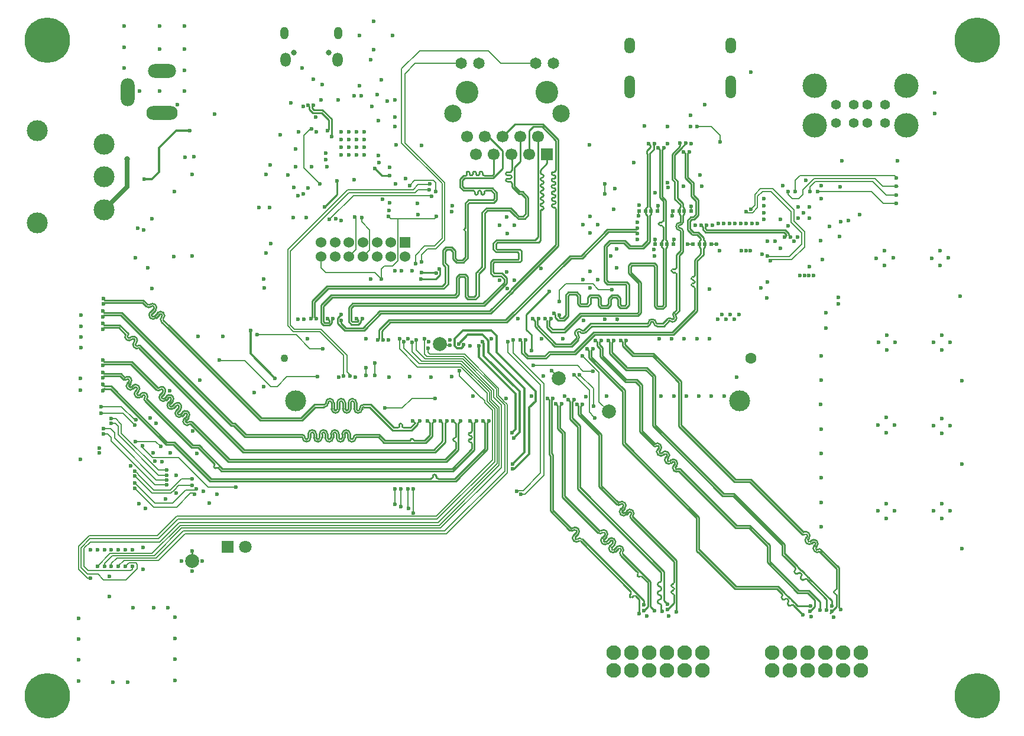
<source format=gbl>
%FSLAX25Y25*%
%MOIN*%
G70*
G01*
G75*
G04 Layer_Physical_Order=4*
G04 Layer_Color=16711680*
%ADD10C,0.02362*%
%ADD11C,0.00984*%
%ADD12R,0.02441X0.02244*%
%ADD13R,0.02244X0.02441*%
%ADD14O,0.01378X0.06693*%
%ADD15R,0.01614X0.06299*%
%ADD16R,0.02362X0.02165*%
%ADD17R,0.01181X0.10236*%
%ADD18R,0.03000X0.03000*%
G04:AMPARAMS|DCode=19|XSize=29.53mil|YSize=16.54mil|CornerRadius=4.13mil|HoleSize=0mil|Usage=FLASHONLY|Rotation=90.000|XOffset=0mil|YOffset=0mil|HoleType=Round|Shape=RoundedRectangle|*
%AMROUNDEDRECTD19*
21,1,0.02953,0.00827,0,0,90.0*
21,1,0.02126,0.01654,0,0,90.0*
1,1,0.00827,0.00413,0.01063*
1,1,0.00827,0.00413,-0.01063*
1,1,0.00827,-0.00413,-0.01063*
1,1,0.00827,-0.00413,0.01063*
%
%ADD19ROUNDEDRECTD19*%
%ADD20O,0.03150X0.01181*%
%ADD21O,0.01181X0.03150*%
%ADD22R,0.03937X0.05906*%
%ADD23R,0.05906X0.03937*%
%ADD24O,0.01378X0.05512*%
%ADD25R,0.03819X0.03780*%
%ADD26R,0.01181X0.02165*%
%ADD27R,0.01575X0.02165*%
%ADD28R,0.03937X0.02362*%
%ADD29R,0.03000X0.03000*%
%ADD30R,0.05118X0.06102*%
%ADD31C,0.07874*%
%ADD32R,0.02756X0.00984*%
%ADD33R,0.10630X0.10630*%
%ADD34R,0.00984X0.02756*%
%ADD35R,0.06102X0.05118*%
%ADD36R,0.01575X0.01969*%
%ADD37R,0.05906X0.02165*%
%ADD38R,0.03780X0.03819*%
%ADD39R,0.13504X0.09843*%
%ADD40R,0.03937X0.06890*%
%ADD41R,0.02756X0.06890*%
%ADD42R,0.05906X0.06890*%
%ADD43R,0.03150X0.05512*%
%ADD44R,0.05906X0.03937*%
%ADD45R,0.03937X0.06102*%
%ADD46R,0.06200X0.02400*%
%ADD47O,0.06200X0.02400*%
%ADD48R,0.02400X0.06200*%
%ADD49O,0.02400X0.06200*%
%ADD50R,0.01181X0.01181*%
%ADD51R,0.01772X0.02323*%
%ADD52R,0.00787X0.01969*%
%ADD53R,0.08504X0.08898*%
%ADD54R,0.04000X0.05000*%
%ADD55R,0.05000X0.04000*%
%ADD56R,0.01378X0.07874*%
%ADD57R,0.17716X0.18110*%
%ADD58R,0.02441X0.01575*%
%ADD59R,0.04724X0.01181*%
%ADD60R,0.11811X0.10630*%
%ADD61R,0.05512X0.04528*%
%ADD62R,0.04528X0.05512*%
%ADD63R,0.01772X0.05118*%
%ADD64R,0.03740X0.03740*%
%ADD65R,0.02362X0.03937*%
%ADD66O,0.02756X0.00984*%
%ADD67O,0.00984X0.02756*%
%ADD68R,0.17126X0.17126*%
%ADD69C,0.00787*%
%ADD70C,0.00906*%
%ADD71C,0.01969*%
%ADD72C,0.01378*%
%ADD73C,0.01181*%
%ADD74C,0.02756*%
%ADD75C,0.01575*%
%ADD76C,0.00052*%
%ADD77C,0.01000*%
%ADD78C,0.07087*%
%ADD79R,0.07087X0.07087*%
%ADD80C,0.07480*%
%ADD81C,0.25590*%
%ADD82O,0.05906X0.12992*%
%ADD83O,0.05906X0.09055*%
%ADD84C,0.20866*%
%ADD85C,0.08268*%
%ADD86C,0.12795*%
%ADD87C,0.06496*%
%ADD88C,0.09843*%
%ADD89C,0.06693*%
%ADD90R,0.06693X0.06693*%
%ADD91C,0.06000*%
%ADD92R,0.06000X0.06000*%
%ADD93C,0.13780*%
%ADD94C,0.05512*%
%ADD95O,0.15748X0.07874*%
%ADD96O,0.07874X0.15748*%
%ADD97O,0.17716X0.07874*%
%ADD98C,0.04331*%
%ADD99C,0.06299*%
%ADD100C,0.11811*%
%ADD101C,0.03150*%
%ADD102O,0.04528X0.07087*%
%ADD103O,0.05709X0.07874*%
%ADD104C,0.02362*%
%ADD105C,0.00866*%
D11*
X321421Y211516D02*
X321457Y211551D01*
Y212205D01*
X273031Y194488D02*
Y203543D01*
X270276Y206299D02*
X273031Y203543D01*
X270276Y206299D02*
Y214961D01*
X283268Y227953D01*
Y227953D01*
X81693Y75931D02*
Y81575D01*
X221555Y237333D02*
Y240059D01*
X221063Y240551D02*
X221555Y240059D01*
X219262Y235039D02*
X221555Y237333D01*
X210827Y235039D02*
X219262D01*
X211221Y238583D02*
X219094D01*
X219488Y238189D01*
X184843Y297244D02*
X188779Y293307D01*
X193110D01*
X163583Y282677D02*
Y290158D01*
X156496Y275590D02*
X163583Y282677D01*
D13*
X359252Y273228D02*
D03*
X363032D02*
D03*
X356417D02*
D03*
X352638D02*
D03*
X370748Y254724D02*
D03*
X374528D02*
D03*
X367835D02*
D03*
X364055D02*
D03*
X349488D02*
D03*
X353268D02*
D03*
X346575D02*
D03*
X342795D02*
D03*
X340433Y273228D02*
D03*
X344213D02*
D03*
X337520D02*
D03*
X333740D02*
D03*
D31*
X288386Y179134D02*
D03*
X316732Y160236D02*
D03*
X221457Y198425D02*
D03*
X81693Y75931D02*
D03*
D69*
X221850Y94488D02*
X256181Y128819D01*
X172835Y282087D02*
X216142D01*
X159252Y268504D02*
X172835Y282087D01*
X216142D02*
X216338Y281891D01*
X207283Y290551D02*
X217913D01*
X204528Y287795D02*
X207283Y290551D01*
X217913D02*
X219094Y289370D01*
X193748Y269047D02*
X197685D01*
X208071Y194882D02*
Y200787D01*
Y194882D02*
X213032Y189921D01*
X234323D01*
X251850Y172394D01*
X215866Y192598D02*
X235364D01*
X214764Y193701D02*
X215866Y192598D01*
X213976Y191339D02*
X234842D01*
X212795Y192520D02*
X213976Y191339D01*
X251850Y168302D02*
Y172394D01*
Y168302D02*
X256181Y163971D01*
X254606Y169185D02*
X257283Y166507D01*
X253346Y168588D02*
X258071Y163863D01*
X248071Y165885D02*
Y170817D01*
X249331Y166407D02*
Y171339D01*
X246811Y165364D02*
X251142Y161033D01*
X246811Y165364D02*
Y166386D01*
X245107Y168090D02*
X246811Y166386D01*
X248071Y165885D02*
X252402Y161555D01*
X249331Y166407D02*
X253661Y162077D01*
X250591Y166929D02*
X254921Y162598D01*
X250591Y166929D02*
Y171872D01*
X257283Y166432D02*
X259331Y164385D01*
X257283Y166432D02*
Y166507D01*
X225000Y91339D02*
X259331Y125669D01*
X224213Y92913D02*
X258071Y126772D01*
X19094Y72395D02*
X22870Y68620D01*
X19094Y72395D02*
Y83465D01*
X24213Y88583D01*
X244705Y168090D02*
X245107D01*
X232480Y180315D02*
X244705Y168090D01*
X232480Y180315D02*
Y183465D01*
X233454Y185433D02*
X248071Y170817D01*
X208858Y185433D02*
X233454D01*
X233268Y187402D02*
X249331Y171339D01*
X209646Y187402D02*
X233268D01*
X233801Y188661D02*
X250591Y171872D01*
X210990Y188661D02*
X233801D01*
X205709Y193943D02*
X210990Y188661D01*
X200984Y196063D02*
X209646Y187402D01*
X292323Y232283D02*
X307677D01*
X288779Y228740D02*
X292323Y232283D01*
X288779Y222441D02*
Y228740D01*
X28382Y72970D02*
X35569Y80158D01*
X32319Y74525D02*
X36691Y78898D01*
X36256Y74525D02*
X39368Y77638D01*
X62795Y76378D02*
X77756Y91339D01*
X43328Y76378D02*
X62795D01*
X40193Y73243D02*
X43328Y76378D01*
X50015Y74939D02*
X50823Y74132D01*
X46098Y74939D02*
X50015D01*
X44130Y72970D02*
X46098Y74939D01*
X198622Y195669D02*
X208858Y185433D01*
X212795Y192520D02*
Y201181D01*
X214764Y193701D02*
Y196063D01*
X117520Y203543D02*
X140354D01*
X206496Y103937D02*
X207283Y103150D01*
X363209Y273051D02*
Y275492D01*
X352559Y271063D02*
Y273504D01*
X344291Y272953D02*
Y276378D01*
X342717Y254646D02*
Y257087D01*
X333563Y270965D02*
Y273406D01*
X284449Y183465D02*
X288386Y179527D01*
Y179134D02*
Y179527D01*
X299016Y186221D02*
X302165Y183071D01*
X274213Y186221D02*
X299016D01*
X311221Y165748D02*
X316732Y160236D01*
X311221Y165748D02*
Y182311D01*
X301800Y191732D02*
X311221Y182311D01*
X301772Y191732D02*
X301800D01*
X302165Y183071D02*
X307677D01*
X223740Y197638D02*
X226181D01*
X353268Y257402D02*
X353346Y257480D01*
X353268Y254724D02*
Y257402D01*
X361614Y254724D02*
X364055D01*
X374528D02*
X376969D01*
X206496Y103937D02*
Y116535D01*
X190354Y162205D02*
X200197D01*
X205709Y167717D01*
X218701D01*
X177362Y267173D02*
X181937Y262598D01*
X177362Y267173D02*
Y269685D01*
X181937Y251425D02*
Y262598D01*
X173425Y270079D02*
X174213Y269291D01*
X148228Y195669D02*
X155315D01*
X140354Y203543D02*
X148228Y195669D01*
X205709Y193943D02*
Y199213D01*
X48067Y71376D02*
Y72970D01*
X28362Y72951D02*
X28382Y72970D01*
X154528Y241338D02*
Y247638D01*
Y241338D02*
X157283Y238583D01*
X184862D01*
X188386Y235059D01*
X430118Y284252D02*
Y287008D01*
X432972Y289862D01*
X417913Y282677D02*
Y284252D01*
Y282677D02*
X420276Y280315D01*
X478937Y287402D02*
X479724D01*
X379331Y312205D02*
Y316142D01*
X374606Y320866D02*
X379331Y316142D01*
X366339Y320866D02*
X374606D01*
X255890Y356512D02*
X275512D01*
X152559Y179921D02*
X152953D01*
X178150Y247638D02*
X181937Y251425D01*
X170276Y247638D02*
X174213Y251575D01*
Y269291D01*
X184843Y180709D02*
Y187795D01*
X184843Y187795D01*
X179724Y180709D02*
Y185039D01*
X179724Y185039D01*
X203346Y105905D02*
X203740Y105512D01*
X203346Y105905D02*
Y116535D01*
X196260Y107874D02*
Y116535D01*
X262795Y193307D02*
Y200787D01*
Y193307D02*
X280118Y175984D01*
X198622Y195669D02*
Y201181D01*
X200984Y196063D02*
Y199606D01*
X259646Y193701D02*
Y200787D01*
Y193701D02*
X278150Y175197D01*
X300197Y181102D02*
X308071Y173228D01*
Y163386D02*
Y173228D01*
X297047Y181102D02*
X305709Y172441D01*
X199409Y106693D02*
Y116535D01*
X219094Y284252D02*
Y289370D01*
X207677Y248425D02*
X212795Y253543D01*
X211221Y244488D02*
Y248819D01*
X214370Y251969D01*
X219488Y270079D02*
Y270472D01*
X192323Y270472D02*
X193748Y269047D01*
X197685D02*
X218457D01*
X219488Y270079D01*
X212795Y253543D02*
X218307D01*
X214370Y251969D02*
X219094D01*
X224213Y257087D01*
X218307Y253543D02*
X222638Y257874D01*
X201772Y311811D02*
X224213Y289370D01*
Y257087D02*
Y289370D01*
X199803Y311811D02*
X222638Y288976D01*
Y257874D02*
Y288976D01*
X477756Y293307D02*
X478937Y292126D01*
X432972Y289862D02*
X465453D01*
X473032Y282283D01*
X478937D01*
X471063Y287402D02*
X478937D01*
X434449Y284252D02*
X464764D01*
X471457Y277559D01*
X478937D01*
X421850Y284252D02*
Y290551D01*
X424606Y293307D01*
X477756D01*
X420276Y280315D02*
X423819D01*
X426181Y282677D01*
Y285433D01*
X432480Y291732D01*
X466732D01*
X471063Y287402D01*
X201772Y311811D02*
Y350787D01*
X207496Y356512D01*
X233307D01*
X199803Y311811D02*
Y353543D01*
X210039Y363779D01*
X248622D01*
X255890Y356512D01*
X310827Y229134D02*
X318307D01*
X307677Y232283D02*
X310827Y229134D01*
X305709Y159843D02*
Y172441D01*
Y159843D02*
X308071Y157480D01*
X40193Y72970D02*
Y73243D01*
X36256Y72970D02*
Y74525D01*
X32319Y72970D02*
Y74525D01*
X20901Y72951D02*
Y83187D01*
X24445Y86730D01*
X17752Y84368D02*
X23657Y90273D01*
X17752Y71376D02*
Y84368D01*
Y71376D02*
X22870Y66258D01*
X24445D01*
X20901Y72951D02*
X23264Y70588D01*
X47279D01*
X48067Y71376D01*
X44523Y65470D02*
X50823Y71770D01*
Y74132D01*
X22870Y68620D02*
X28775D01*
X31925Y65470D01*
X44523D01*
X30512Y162992D02*
X40748D01*
X167126Y180315D02*
Y192126D01*
X135630Y208661D02*
Y251575D01*
X169488Y285433D01*
X206496D01*
X209252Y288189D01*
X215551D01*
X170669Y180315D02*
Y181102D01*
X169095Y182677D02*
X170669Y181102D01*
X169095Y182677D02*
Y192126D01*
X137205Y209055D02*
Y250787D01*
X170079Y283661D01*
X207480D01*
X209252Y285433D01*
X215551D01*
X314370Y283071D02*
Y288583D01*
X154528Y206693D02*
X169095Y192126D01*
X153819Y205433D02*
X167126Y192126D01*
X137205Y209055D02*
X139567Y206693D01*
X154528D01*
X135630Y208661D02*
X138858Y205433D01*
X153819D01*
X188386Y235059D02*
Y240551D01*
X190157Y242323D01*
X194732D01*
X197685Y245276D01*
Y269047D01*
X207677Y243701D02*
Y248425D01*
X144685Y297638D02*
X153740Y288583D01*
X144685Y297638D02*
Y316142D01*
X149016Y320472D01*
X256181Y128819D02*
Y163971D01*
X254921Y129921D02*
Y162598D01*
X253661Y130928D02*
Y162077D01*
X252402Y132126D02*
Y161555D01*
X251142Y132835D02*
Y161033D01*
X258071Y126772D02*
Y163863D01*
X259331Y125669D02*
Y164385D01*
X253346Y168588D02*
Y172835D01*
X234842Y191339D02*
X253346Y172835D01*
X254606Y169185D02*
Y173356D01*
X235364Y192598D02*
X254606Y173356D01*
X278150Y125591D02*
Y175197D01*
X268307Y115748D02*
X278150Y125591D01*
X269488Y113779D02*
X280118Y124409D01*
Y175984D01*
X264764Y115354D02*
X265158Y115748D01*
X268307D01*
X267126Y113779D02*
X269488D01*
X425394Y254724D02*
Y261024D01*
X418307Y247638D02*
X425394Y254724D01*
X405709Y247638D02*
X418307D01*
X396654Y274410D02*
X399016Y276772D01*
Y282677D01*
X400591Y281496D02*
X403346Y284252D01*
X399016Y282677D02*
X402165Y285827D01*
X403346Y284252D02*
X408071D01*
X419488Y272835D01*
X402165Y285827D02*
X409252D01*
X421063Y274016D01*
Y267717D02*
Y274016D01*
X419488Y266929D02*
Y272835D01*
Y266929D02*
X425394Y261024D01*
X421063Y267717D02*
X426968Y261811D01*
Y253150D02*
Y261811D01*
X419882Y246063D02*
X426968Y253150D01*
X407283Y246063D02*
X419882D01*
X394213Y272953D02*
X394724Y272441D01*
X397835D02*
X400591Y275197D01*
X394724Y272441D02*
X397835D01*
X400591Y275197D02*
Y281496D01*
X40748Y142520D02*
X40748D01*
X60827Y118898D02*
X67520D01*
X61614Y121653D02*
X67520D01*
X40748Y142520D02*
X61614Y121653D01*
X62795Y127165D02*
X67520D01*
X62795Y124409D02*
X67520D01*
X49409Y126772D02*
X49437D01*
X51378Y124831D01*
Y124803D02*
Y124831D01*
Y122047D02*
Y122075D01*
X49409Y124016D02*
X49437D01*
X51378Y122075D01*
X71822Y116142D02*
X71850D01*
X74213Y118504D01*
X69854Y114173D02*
X71822Y116142D01*
X51378Y124803D02*
X60039Y116142D01*
X69488D01*
X51378Y122047D02*
X59252Y114173D01*
X69854D01*
X49409Y120079D02*
X60827Y108661D01*
X49409Y116929D02*
X60039Y106299D01*
X60827Y108661D02*
X70669D01*
X39368Y77638D02*
X61415D01*
X36691Y78898D02*
X60313D01*
X35569Y80158D02*
X59210D01*
X24445Y86730D02*
X63421D01*
X24213Y88583D02*
X62795D01*
X23657Y90273D02*
X62240D01*
X61415Y77638D02*
X76691Y92913D01*
X60313Y78898D02*
X75903Y94488D01*
X221063Y96063D02*
X254921Y129921D01*
X220371Y97638D02*
X253661Y130928D01*
X59210Y80158D02*
X75116Y96063D01*
X63421Y86730D02*
X74329Y97638D01*
X219882Y99606D02*
X252402Y132126D01*
X219488Y101181D02*
X251142Y132835D01*
X62795Y88583D02*
X73819Y99606D01*
X62240Y90273D02*
X73147Y101181D01*
X60039Y106299D02*
X73032D01*
X36024Y156299D02*
X38780D01*
X36024Y153543D02*
X38386D01*
X39961Y151969D01*
X38780Y156299D02*
X41929Y153150D01*
Y148031D02*
X62795Y127165D01*
X41929Y148031D02*
Y153150D01*
X39961Y147244D02*
Y151969D01*
Y147244D02*
X62795Y124409D01*
X35630Y150787D02*
X37992Y148425D01*
X31693Y150787D02*
X35630D01*
X31693Y147638D02*
X34055D01*
X37992Y145276D02*
Y148425D01*
Y145276D02*
X40748Y142520D01*
X36024Y143701D02*
X60827Y118898D01*
X36024Y143701D02*
Y145669D01*
X34055Y147638D02*
X36024Y145669D01*
X53740Y140129D02*
Y140945D01*
Y140129D02*
X59618Y134252D01*
X78150Y116142D02*
X83268D01*
X77756Y91339D02*
X225000D01*
X76691Y92913D02*
X224213D01*
X73032Y106299D02*
X80905Y114173D01*
X83661D01*
X75903Y94488D02*
X221850D01*
X75116Y96063D02*
X221063D01*
X74329Y97638D02*
X220371D01*
X73819Y99606D02*
X219882D01*
X73147Y101181D02*
X219488D01*
X70669Y108661D02*
X78150Y116142D01*
X74213Y118504D02*
X81299D01*
X69488Y116142D02*
X75787Y122441D01*
X81299D01*
X74131Y134252D02*
X90666Y117717D01*
X106496D01*
X135236Y179921D02*
X152559D01*
X129724Y174409D02*
X135236Y179921D01*
X126181Y174409D02*
X129724D01*
X111614Y188976D02*
X126181Y174409D01*
X97047Y188976D02*
X111614D01*
X30512Y159449D02*
X42717D01*
X49409Y152756D01*
Y155512D02*
X50197D01*
X41929Y162992D02*
X49409Y155512D01*
X40748Y162992D02*
X41929D01*
X40748Y162992D02*
X40748Y162992D01*
X49803Y143307D02*
X61221D01*
X63976Y140551D01*
X59618Y134252D02*
X74131D01*
D70*
X245630Y282480D02*
G03*
X246535Y283386I0J905D01*
G01*
X242008Y282480D02*
G03*
X242913Y283386I0J905D01*
G01*
X239173Y293287D02*
G03*
X240079Y294193I0J905D01*
G01*
X242795Y293287D02*
G03*
X243701Y294193I0J905D01*
G01*
X197835Y151181D02*
G03*
X198425Y151772I0J591D01*
G01*
X199059Y153543D02*
G03*
X198425Y152909I0J-634D01*
G01*
X200236D02*
G03*
X199602Y153543I-634J0D01*
G01*
X200236Y151815D02*
G03*
X200870Y151181I634J0D01*
G01*
X65564Y212781D02*
G03*
X65564Y211779I501J-501D01*
G01*
Y212781D02*
G03*
X66232Y214396I-1615J1615D01*
G01*
D02*
G03*
X65564Y216010I-2283J0D01*
G01*
Y216010D02*
G03*
X62334Y216010I-1615J-1615D01*
G01*
X59077Y214034D02*
G03*
X60356Y214032I640J640D01*
G01*
X59077Y215314D02*
G03*
X59075Y214036I640J-640D01*
G01*
X61054Y217291D02*
G03*
X61722Y218906I-1615J1615D01*
G01*
D02*
G03*
X61054Y220520I-2283J0D01*
G01*
X61054D02*
G03*
X57824Y220520I-1615J-1615D01*
G01*
X56822D02*
G03*
X57824Y220520I501J501D01*
G01*
X64589Y213755D02*
G03*
X64589Y210805I1476J-1476D01*
G01*
Y213755D02*
G03*
X64855Y214396I-640J640D01*
G01*
D02*
G03*
X64589Y215036I-905J0D01*
G01*
Y215036D02*
G03*
X63309Y215036I-640J-640D01*
G01*
X58103Y213059D02*
G03*
X61332Y213059I1615J1615D01*
G01*
X58103Y216289D02*
G03*
X58103Y213059I1615J-1615D01*
G01*
X60079Y218265D02*
G03*
X60345Y218906I-640J640D01*
G01*
D02*
G03*
X60081Y219544I-905J0D01*
G01*
X60079Y219546D02*
G03*
X58799Y219546I-640J-640D01*
G01*
X55848D02*
G03*
X58799Y219546I1476J1476D01*
G01*
X156220Y164183D02*
G03*
X157126Y165089I0J905D01*
G01*
X174449Y165246D02*
G03*
X169882Y165246I-2283J0D01*
G01*
X178543Y164183D02*
G03*
X176260Y161900I0J-2283D01*
G01*
X168071Y165246D02*
G03*
X163504Y165246I-2283J0D01*
G01*
X168071Y161742D02*
G03*
X169882Y161742I905J0D01*
G01*
X161693D02*
G03*
X163504Y161742I905J0D01*
G01*
X174449D02*
G03*
X176260Y161742I905J0D01*
G01*
X161693Y165246D02*
G03*
X157126Y165246I-2283J0D01*
G01*
X173071D02*
G03*
X171260Y165246I-905J0D01*
G01*
X178543Y162805D02*
G03*
X177638Y161900I0J-905D01*
G01*
X160315Y165246D02*
G03*
X158504Y165246I-905J0D01*
G01*
X166693D02*
G03*
X164882Y165246I-905J0D01*
G01*
X156220Y162805D02*
G03*
X158504Y165089I0J2283D01*
G01*
X160315Y161742D02*
G03*
X164882Y161742I2283J0D01*
G01*
X166693D02*
G03*
X171260Y161742I2283J0D01*
G01*
X173071D02*
G03*
X177638Y161742I2283J0D01*
G01*
X230413Y142913D02*
G03*
X229823Y143504I-591J0D01*
G01*
X228917Y144409D02*
G03*
X229823Y143504I905J0D01*
G01*
Y145315D02*
G03*
X228917Y144409I0J-905D01*
G01*
X229823Y145315D02*
G03*
X230413Y145905I0J591D01*
G01*
X81926Y154190D02*
G03*
X79615Y154190I-1155J-1155D01*
G01*
X78334Y154190D02*
G03*
X79615Y154190I640J640D01*
G01*
X78334Y155470D02*
G03*
X78333Y154192I640J-640D01*
G01*
X79671Y156806D02*
G03*
X80340Y158421I-1615J1615D01*
G01*
D02*
G03*
X76441Y160036I-2283J0D01*
G01*
X73825Y158700D02*
G03*
X75105Y158700I640J640D01*
G01*
X73825Y159980D02*
G03*
X73823Y158702I640J-640D01*
G01*
X75161Y161316D02*
G03*
X75830Y162931I-1615J1615D01*
G01*
D02*
G03*
X71932Y164546I-2283J0D01*
G01*
X69315Y163209D02*
G03*
X70595Y163209I640J640D01*
G01*
X69315Y164490D02*
G03*
X69313Y163211I640J-640D01*
G01*
X70651Y165826D02*
G03*
X71320Y167441I-1615J1615D01*
G01*
D02*
G03*
X67422Y169056I-2283J0D01*
G01*
X64805Y167719D02*
G03*
X66085Y167719I640J640D01*
G01*
X64805Y169000D02*
G03*
X64803Y167721I640J-640D01*
G01*
X66141Y170336D02*
G03*
X66810Y171951I-1615J1615D01*
G01*
D02*
G03*
X62912Y173565I-2283J0D01*
G01*
X62550Y173565D02*
G03*
X62912Y173565I181J181D01*
G01*
X80951Y153215D02*
G03*
X80589Y153215I-181J-181D01*
G01*
X77360Y156445D02*
G03*
X80589Y153215I1615J-1615D01*
G01*
X78696Y157781D02*
G03*
X78962Y158421I-640J640D01*
G01*
D02*
G03*
X78698Y159059I-905J0D01*
G01*
X78696Y159061D02*
G03*
X77416Y159061I-640J-640D01*
G01*
X72850Y160954D02*
G03*
X76080Y157725I1615J-1615D01*
G01*
X74186Y162291D02*
G03*
X74452Y162931I-640J640D01*
G01*
D02*
G03*
X74189Y163569I-905J0D01*
G01*
X74186Y163571D02*
G03*
X72906Y163571I-640J-640D01*
G01*
X68340Y165464D02*
G03*
X71570Y162235I1615J-1615D01*
G01*
X69677Y166801D02*
G03*
X69942Y167441I-640J640D01*
G01*
D02*
G03*
X69679Y168079I-905J0D01*
G01*
X69677Y168081D02*
G03*
X68396Y168081I-640J-640D01*
G01*
X63830Y169974D02*
G03*
X67060Y166745I1615J-1615D01*
G01*
X65167Y171310D02*
G03*
X65432Y171951I-640J640D01*
G01*
D02*
G03*
X65167Y172591I-905J0D01*
G01*
X65165Y172593D02*
G03*
X63886Y172591I-638J-642D01*
G01*
X61576D02*
G03*
X63886Y172591I1155J1155D01*
G01*
X94325Y129860D02*
G03*
X94325Y130695I-418J418D01*
G01*
X94325Y129860D02*
G03*
X94325Y128579I640J-640D01*
G01*
D02*
G03*
X95606Y128579I640J640D01*
G01*
X96441D02*
G03*
X95606Y128579I-418J-418D01*
G01*
X239567Y142067D02*
G03*
X238661Y142973I-905J0D01*
G01*
X237677Y143878D02*
G03*
X238583Y142973I905J0D01*
G01*
Y144783D02*
G03*
X237677Y143878I0J-905D01*
G01*
X238661Y144783D02*
G03*
X239567Y145689I0J905D01*
G01*
D02*
G03*
X238661Y146595I-905J0D01*
G01*
X237677Y147500D02*
G03*
X238583Y146595I905J0D01*
G01*
Y148406D02*
G03*
X237677Y147500I0J-905D01*
G01*
X238661Y148406D02*
G03*
X239567Y149311I0J905D01*
G01*
X56178Y167227D02*
G03*
X56688Y168666I-1773J1439D01*
G01*
D02*
G03*
X52790Y170281I-2283J0D01*
G01*
X50869Y169641D02*
G03*
X52150Y169641I640J640D01*
G01*
X50869Y170921D02*
G03*
X50867Y169643I640J-640D01*
G01*
X51510Y171562D02*
G03*
X52179Y173176I-1615J1615D01*
G01*
D02*
G03*
X48280Y174791I-2283J0D01*
G01*
X46362Y174149D02*
G03*
X47640Y174151I638J642D01*
G01*
X46360Y175431D02*
G03*
X46360Y174151I640J-640D01*
G01*
X47000Y176072D02*
G03*
X47669Y177686I-1615J1615D01*
G01*
D02*
G03*
X43946Y179459I-2283J0D01*
G01*
X55045Y168026D02*
G03*
X55045Y166411I807J-807D01*
G01*
X55045Y168026D02*
G03*
X55310Y168666I-640J640D01*
G01*
D02*
G03*
X55047Y169305I-905J0D01*
G01*
X55045Y169307D02*
G03*
X53765Y169307I-640J-640D01*
G01*
X49895Y171896D02*
G03*
X53124Y168666I1615J-1615D01*
G01*
X50535Y172536D02*
G03*
X50801Y173176I-640J640D01*
G01*
D02*
G03*
X50535Y173817I-905J0D01*
G01*
X50533Y173819D02*
G03*
X49255Y173817I-638J-642D01*
G01*
X45385Y176406D02*
G03*
X48614Y173176I1615J-1615D01*
G01*
X46025Y177046D02*
G03*
X46291Y177686I-640J640D01*
G01*
D02*
G03*
X46025Y178326I-905J0D01*
G01*
X46023Y178329D02*
G03*
X44745Y178326I-638J-642D01*
G01*
X43130Y178326D02*
G03*
X44745Y178326I807J807D01*
G01*
X433196Y85733D02*
G03*
X432978Y86260I-746J0D01*
G01*
X432978Y85205D02*
G03*
X433196Y85733I-527J527D01*
G01*
X432727Y81500D02*
G03*
X435461Y81271I1502J1502D01*
G01*
X428686Y90242D02*
G03*
X428468Y90770I-746J0D01*
G01*
X428468Y89715D02*
G03*
X428686Y90242I-527J527D01*
G01*
X428217Y86010D02*
G03*
X431221Y86010I1502J1502D01*
G01*
X434574Y85733D02*
G03*
X433952Y87234I-2124J0D01*
G01*
Y84231D02*
G03*
X434574Y85733I-1502J1502D01*
G01*
X436207Y82474D02*
G03*
X434757Y82474I-725J-725D01*
G01*
X433702Y82474D02*
G03*
X434757Y82474I527J527D01*
G01*
X429442Y88741D02*
G03*
X430064Y90242I-1502J1502D01*
G01*
X433476Y83755D02*
G03*
X433476Y82700I527J-527D01*
G01*
X429192Y86984D02*
G03*
X430247Y86984I527J528D01*
G01*
X430064Y90242D02*
G03*
X429442Y91744I-2124J0D01*
G01*
X429217Y91970D02*
G03*
X426483Y92198I-1502J-1502D01*
G01*
X444319Y59409D02*
G03*
X445079Y60169I0J760D01*
G01*
X444319Y59409D02*
G03*
X443504Y58595I0J-815D01*
G01*
X445079Y56839D02*
G03*
X444319Y57598I-760J0D01*
G01*
X443504Y58413D02*
G03*
X444319Y57598I815J0D01*
G01*
X428242Y90996D02*
G03*
X427187Y90996I-527J-527D01*
G01*
X432752Y86486D02*
G03*
X431697Y86486I-527J-527D01*
G01*
X432502Y84729D02*
G03*
X432502Y81725I1502J-1502D01*
G01*
X425737Y90996D02*
G03*
X427187Y90996I725J725D01*
G01*
X427992Y89239D02*
G03*
X427992Y86235I1502J-1502D01*
G01*
X433727Y87460D02*
G03*
X430723Y87460I-1502J-1502D01*
G01*
X428966Y88265D02*
G03*
X428966Y87209I527J-527D01*
G01*
X354020Y131070D02*
G03*
X353802Y131597I-746J0D01*
G01*
X353802Y130542D02*
G03*
X354020Y131070I-528J527D01*
G01*
X353576Y131823D02*
G03*
X352521Y131823I-527J-528D01*
G01*
X353551Y126837D02*
G03*
X356285Y126609I1502J1502D01*
G01*
X353326Y130066D02*
G03*
X353326Y127063I1502J-1502D01*
G01*
X344556Y140843D02*
G03*
X343501Y140843I-527J-527D01*
G01*
X342051Y140843D02*
G03*
X343501Y140843I725J725D01*
G01*
X349066Y136333D02*
G03*
X348011Y136333I-527J-528D01*
G01*
X349041Y131347D02*
G03*
X352045Y131347I1502J1502D01*
G01*
X345001Y140090D02*
G03*
X344782Y140617I-746J0D01*
G01*
X344306Y139086D02*
G03*
X344306Y136082I1502J-1502D01*
G01*
X348816Y134576D02*
G03*
X348816Y131572I1502J-1502D01*
G01*
X355398Y131070D02*
G03*
X354776Y132572I-2124J0D01*
G01*
X354526Y127812D02*
G03*
X355581Y127812I527J527D01*
G01*
X354551Y132797D02*
G03*
X351547Y132797I-1502J-1502D01*
G01*
X354300Y129092D02*
G03*
X354300Y128037I527J-527D01*
G01*
X345531Y141817D02*
G03*
X342797Y142045I-1502J-1502D01*
G01*
X350041Y137307D02*
G03*
X347037Y137307I-1502J-1502D01*
G01*
X350016Y132321D02*
G03*
X351071Y132321I527J527D01*
G01*
X349790Y133602D02*
G03*
X349790Y132547I527J-527D01*
G01*
X345280Y138112D02*
G03*
X345280Y137057I527J-527D01*
G01*
X349510Y135580D02*
G03*
X349292Y136107I-746J0D01*
G01*
Y135052D02*
G03*
X349510Y135580I-527J527D01*
G01*
X344782Y139562D02*
G03*
X345001Y140090I-527J527D01*
G01*
X344531Y135857D02*
G03*
X347535Y135857I1502J1502D01*
G01*
X357031Y127811D02*
G03*
X355581Y127811I-725J-725D01*
G01*
X354776Y129568D02*
G03*
X355398Y131070I-1502J1502D01*
G01*
X350888Y135580D02*
G03*
X350266Y137082I-2124J0D01*
G01*
Y134078D02*
G03*
X350888Y135580I-1502J1502D01*
G01*
X346378Y140090D02*
G03*
X345756Y141592I-2124J0D01*
G01*
Y138588D02*
G03*
X346378Y140090I-1502J1502D01*
G01*
X345506Y136831D02*
G03*
X346561Y136831I527J527D01*
G01*
X298191Y93440D02*
G03*
X297136Y93440I-527J-528D01*
G01*
X294572Y93440D02*
G03*
X297136Y93440I1282J1282D01*
G01*
X297052Y87340D02*
G03*
X300056Y87340I1502J1502D01*
G01*
X298635Y92687D02*
G03*
X298416Y93214I-746J0D01*
G01*
X298416Y92159D02*
G03*
X298635Y92687I-528J527D01*
G01*
X296827Y90570D02*
G03*
X296827Y87566I1502J-1502D01*
G01*
X299165Y94414D02*
G03*
X296162Y94414I-1502J-1502D01*
G01*
X300013Y92687D02*
G03*
X299391Y94189I-2124J0D01*
G01*
X301646Y88315D02*
G03*
X299082Y88315I-1282J-1282D01*
G01*
X297801Y89596D02*
G03*
X297801Y88540I528J-527D01*
G01*
X295546Y94414D02*
G03*
X296162Y94414I308J308D01*
G01*
X298027Y88315D02*
G03*
X299082Y88315I527J527D01*
G01*
X329206Y57654D02*
G03*
X329206Y58806I-576J576D01*
G01*
X331639Y56373D02*
G03*
X330486Y56373I-576J-576D01*
G01*
X328677Y55716D02*
G03*
X329829Y55716I576J576D01*
G01*
X300671Y87340D02*
G03*
X300056Y87340I-308J-308D01*
G01*
X328549Y56997D02*
G03*
X328549Y55844I576J-576D01*
G01*
X299391Y91185D02*
G03*
X300013Y92687I-1502J1502D01*
G01*
X314188Y91990D02*
G03*
X313133Y91990I-527J-527D01*
G01*
X310569Y91990D02*
G03*
X313133Y91990I1282J1282D01*
G01*
X314632Y91237D02*
G03*
X314413Y91765I-746J0D01*
G01*
X319142Y86727D02*
G03*
X318923Y87255I-746J0D01*
G01*
Y86200D02*
G03*
X319142Y86727I-528J527D01*
G01*
X323208Y82970D02*
G03*
X322153Y82970I-527J-528D01*
G01*
X318698Y87480D02*
G03*
X317643Y87480I-527J-527D01*
G01*
X312824Y89120D02*
G03*
X312824Y86116I1502J-1502D01*
G01*
X317334Y84610D02*
G03*
X317334Y81606I1502J-1502D01*
G01*
X313049Y85891D02*
G03*
X316053Y85891I1502J1502D01*
G01*
X324408Y80715D02*
G03*
X324408Y80100I308J-308D01*
G01*
X319898Y85225D02*
G03*
X320520Y86727I-1502J1502D01*
G01*
X324182Y83945D02*
G03*
X321178Y83945I-1502J-1502D01*
G01*
X318534Y82355D02*
G03*
X319589Y82355I527J527D01*
G01*
X315162Y92965D02*
G03*
X312158Y92965I-1502J-1502D01*
G01*
X311543D02*
G03*
X312158Y92965I308J308D01*
G01*
X315388Y89735D02*
G03*
X316010Y91237I-1502J1502D01*
G01*
X319672Y88455D02*
G03*
X316668Y88455I-1502J-1502D01*
G01*
X318308Y83636D02*
G03*
X318308Y82581I527J-527D01*
G01*
X316010Y91237D02*
G03*
X315388Y92739I-2124J0D01*
G01*
X313798Y88146D02*
G03*
X313798Y87090I527J-527D01*
G01*
X314024Y86865D02*
G03*
X315079Y86865I527J528D01*
G01*
X325030Y82217D02*
G03*
X324408Y83719I-2124J0D01*
G01*
Y80715D02*
G03*
X325030Y82217I-1502J1502D01*
G01*
X320520Y86727D02*
G03*
X319898Y88229I-2124J0D01*
G01*
X335266Y67293D02*
G03*
X334319Y67293I-473J-473D01*
G01*
X333039Y67293D02*
G03*
X334319Y67293I640J640D01*
G01*
X333039Y68574D02*
G03*
X333039Y69520I-473J473D01*
G01*
X333039Y68574D02*
G03*
X333039Y67293I640J-640D01*
G01*
X323652Y82217D02*
G03*
X323433Y82745I-746J0D01*
G01*
Y81690D02*
G03*
X323652Y82217I-527J527D01*
G01*
X323433Y81690D02*
G03*
X323433Y79126I1282J-1282D01*
G01*
X314413Y90710D02*
G03*
X314632Y91237I-527J527D01*
G01*
X317559Y81381D02*
G03*
X320563Y81381I1502J1502D01*
G01*
X324706Y106711D02*
G03*
X324971Y107351I-640J640D01*
G01*
X329216Y103481D02*
G03*
X327935Y103481I-640J-640D01*
G01*
X329216Y102201D02*
G03*
X329481Y102841I-640J640D01*
G01*
X329216Y102201D02*
G03*
X329216Y99918I1141J-1141D01*
G01*
X330190Y101226D02*
G03*
X330859Y102841I-1615J1615D01*
G01*
X330190Y101226D02*
G03*
X330190Y100892I167J-167D01*
G01*
X324372Y103147D02*
G03*
X325652Y103147I640J640D01*
G01*
X324372Y104428D02*
G03*
X324372Y103147I640J-640D01*
G01*
X352728Y63032D02*
G03*
X353543Y63846I0J815D01*
G01*
Y60405D02*
G03*
X352728Y61221I-815J0D01*
G01*
Y59409D02*
G03*
X353543Y60224I0J815D01*
G01*
X352587Y63032D02*
G03*
X351772Y62217I0J-815D01*
G01*
Y62035D02*
G03*
X352587Y61221I815J0D01*
G01*
Y59409D02*
G03*
X351772Y58595I0J-815D01*
G01*
Y58413D02*
G03*
X352587Y57598I815J0D01*
G01*
X353543Y56783D02*
G03*
X352728Y57598I-815J0D01*
G01*
X324706Y107991D02*
G03*
X323425Y107991I-640J-640D01*
G01*
X324971Y107351D02*
G03*
X324706Y107991I-905J0D01*
G01*
X321143Y107991D02*
G03*
X323425Y107991I1141J1141D01*
G01*
X329481Y102841D02*
G03*
X329216Y103481I-905J0D01*
G01*
X323397Y105402D02*
G03*
X323397Y102173I1615J-1615D01*
G01*
X323397D02*
G03*
X326627Y102173I1615J1615D01*
G01*
X330859Y102841D02*
G03*
X330190Y104456I-2283J0D01*
G01*
X326349Y107351D02*
G03*
X325680Y108966I-2283J0D01*
G01*
Y105736D02*
G03*
X326349Y107351I-1615J1615D01*
G01*
X325680Y108966D02*
G03*
X322451Y108966I-1615J-1615D01*
G01*
X330190Y104456D02*
G03*
X326961Y104456I-1615J-1615D01*
G01*
X322117Y108966D02*
G03*
X322451Y108966I167J167D01*
G01*
X235827Y263819D02*
G03*
X235039Y263032I0J-787D01*
G01*
Y262795D02*
G03*
X235827Y262008I787J0D01*
G01*
X241102Y283386D02*
G03*
X242008Y282480I905J0D01*
G01*
X241102Y283937D02*
G03*
X240197Y284842I-905J0D01*
G01*
X241890Y294193D02*
G03*
X242795Y293287I905J0D01*
G01*
X243819Y284842D02*
G03*
X242913Y283937I0J-905D01*
G01*
X244724Y283386D02*
G03*
X245630Y282480I905J0D01*
G01*
X244724Y283937D02*
G03*
X243819Y284842I-905J0D01*
G01*
X247441D02*
G03*
X246535Y283937I0J-905D01*
G01*
X236024Y293287D02*
G03*
X236457Y293720I0J433D01*
G01*
X238268Y294193D02*
G03*
X239173Y293287I905J0D01*
G01*
X240984Y295650D02*
G03*
X240079Y294744I0J-905D01*
G01*
X237362Y295650D02*
G03*
X236457Y294744I0J-905D01*
G01*
X238268D02*
G03*
X237362Y295650I-905J0D01*
G01*
X241890Y294744D02*
G03*
X240984Y295650I-905J0D01*
G01*
X245512Y294193D02*
G03*
X246417Y293287I905J0D01*
G01*
X244606Y295650D02*
G03*
X243701Y294744I0J-905D01*
G01*
X245512D02*
G03*
X244606Y295650I-905J0D01*
G01*
X278150Y291260D02*
G03*
X279055Y290354I905J0D01*
G01*
X278150Y294882D02*
G03*
X279055Y293976I905J0D01*
G01*
X278583Y274055D02*
G03*
X278150Y273622I0J-433D01*
G01*
Y287638D02*
G03*
X279055Y286732I905J0D01*
G01*
Y284921D02*
G03*
X278150Y284016I0J-905D01*
G01*
Y276772D02*
G03*
X279055Y275866I905J0D01*
G01*
Y277677D02*
G03*
X278150Y276772I0J-905D01*
G01*
Y280394D02*
G03*
X279055Y279488I905J0D01*
G01*
Y281299D02*
G03*
X278150Y280394I0J-905D01*
G01*
Y284016D02*
G03*
X279055Y283110I905J0D01*
G01*
X279095Y274055D02*
G03*
X280000Y274961I0J905D01*
G01*
D02*
G03*
X279095Y275866I-905J0D01*
G01*
Y277677D02*
G03*
X280000Y278583I0J905D01*
G01*
D02*
G03*
X279095Y279488I-905J0D01*
G01*
X280000Y282205D02*
G03*
X279095Y283110I-905J0D01*
G01*
Y281299D02*
G03*
X280000Y282205I0J905D01*
G01*
X279055Y288543D02*
G03*
X278150Y287638I0J-905D01*
G01*
X279055Y292165D02*
G03*
X278150Y291260I0J-905D01*
G01*
X279095Y288543D02*
G03*
X280000Y289449I0J905D01*
G01*
D02*
G03*
X279095Y290354I-905J0D01*
G01*
Y284921D02*
G03*
X280000Y285827I0J905D01*
G01*
D02*
G03*
X279095Y286732I-905J0D01*
G01*
Y292165D02*
G03*
X280000Y293071I0J905D01*
G01*
D02*
G03*
X279095Y293976I-905J0D01*
G01*
X262008Y288976D02*
G03*
X261102Y289882I-905J0D01*
G01*
X258661Y290787D02*
G03*
X259567Y289882I905J0D01*
G01*
Y291693D02*
G03*
X258661Y290787I0J-905D01*
G01*
Y294409D02*
G03*
X259567Y293504I905J0D01*
G01*
Y295315D02*
G03*
X258661Y294409I0J-905D01*
G01*
X261102Y291693D02*
G03*
X262008Y292598I0J905D01*
G01*
D02*
G03*
X261102Y293504I-905J0D01*
G01*
Y295315D02*
G03*
X262008Y296220I0J905D01*
G01*
X284449Y276299D02*
G03*
X285354Y275394I905J0D01*
G01*
Y277205D02*
G03*
X284449Y276299I0J-905D01*
G01*
Y287165D02*
G03*
X285354Y286260I905J0D01*
G01*
X284449Y283543D02*
G03*
X285354Y282638I905J0D01*
G01*
Y284449D02*
G03*
X284449Y283543I0J-905D01*
G01*
X285354Y288071D02*
G03*
X284449Y287165I0J-905D01*
G01*
Y290787D02*
G03*
X285354Y289882I905J0D01*
G01*
X284449Y279921D02*
G03*
X285354Y279016I905J0D01*
G01*
Y280827D02*
G03*
X284449Y279921I0J-905D01*
G01*
X285354Y295315D02*
G03*
X284449Y294409I0J-905D01*
G01*
X285354Y291693D02*
G03*
X284449Y290787I0J-905D01*
G01*
Y294409D02*
G03*
X285354Y293504I905J0D01*
G01*
X286811Y274488D02*
G03*
X285906Y275394I-905J0D01*
G01*
Y277205D02*
G03*
X286811Y278110I0J905D01*
G01*
Y281732D02*
G03*
X285906Y282638I-905J0D01*
G01*
Y284449D02*
G03*
X286811Y285354I0J905D01*
G01*
Y278110D02*
G03*
X285906Y279016I-905J0D01*
G01*
Y280827D02*
G03*
X286811Y281732I0J905D01*
G01*
Y288976D02*
G03*
X285906Y289882I-905J0D01*
G01*
Y291693D02*
G03*
X286811Y292598I0J905D01*
G01*
Y285354D02*
G03*
X285906Y286260I-905J0D01*
G01*
Y288071D02*
G03*
X286811Y288976I0J905D01*
G01*
Y292598D02*
G03*
X285906Y293504I-905J0D01*
G01*
Y295315D02*
G03*
X286811Y296220I0J905D01*
G01*
X345598Y266968D02*
G03*
X344783Y266154I0J-815D01*
G01*
Y265972D02*
G03*
X345598Y265158I815J0D01*
G01*
X347342Y264342D02*
G03*
X346528Y265158I-815J0D01*
G01*
Y266968D02*
G03*
X347342Y267783I0J815D01*
G01*
X299438Y200816D02*
G03*
X300013Y202205I-1389J1389D01*
G01*
D02*
G03*
X299438Y203594I-1965J0D01*
G01*
X300719Y204875D02*
G03*
X303497Y204875I1389J1389D01*
G01*
X351032Y211524D02*
G03*
X350698Y211524I-167J-167D01*
G01*
X351032D02*
G03*
X354930Y213139I1615J1615D01*
G01*
X354261Y215088D02*
G03*
X354261Y214754I167J-167D01*
G01*
X354930Y213139D02*
G03*
X354261Y214754I-2283J0D01*
G01*
X298041Y205821D02*
G03*
X298041Y203043I1389J-1389D01*
G01*
X301270Y206273D02*
G03*
X298492Y206273I-1389J-1389D01*
G01*
X352006Y212499D02*
G03*
X353285Y212497I640J640D01*
G01*
X353552Y213139D02*
G03*
X353287Y213779I-905J0D01*
G01*
Y212499D02*
G03*
X353552Y213139I-640J640D01*
G01*
X299014Y204846D02*
G03*
X299015Y204017I416J-414D01*
G01*
X300295Y205298D02*
G03*
X299468Y205300I-415J-415D01*
G01*
X338661Y208465D02*
G03*
X340276Y210079I0J1614D01*
G01*
X342087D02*
G03*
X343701Y208465I1614J0D01*
G01*
X342087Y210079D02*
G03*
X340276Y210079I-905J0D01*
G01*
X358524Y262087D02*
G03*
X356909Y263701I-1614J0D01*
G01*
Y265512D02*
G03*
X356909Y263701I0J-905D01*
G01*
Y265512D02*
G03*
X358524Y267126I0J1614D01*
G01*
X298465Y201791D02*
G03*
X298636Y202205I-416J414D01*
G01*
D02*
G03*
X298464Y202620I-587J0D01*
G01*
X301694Y205848D02*
G03*
X302523Y205849I414J416D01*
G01*
X338661Y209842D02*
G03*
X338898Y210079I0J236D01*
G01*
X343465D02*
G03*
X343701Y209842I236J0D01*
G01*
X343465Y210079D02*
G03*
X338898Y210079I-2283J0D01*
G01*
X352006Y212499D02*
G03*
X349723Y212499I-1141J-1141D01*
G01*
X351959Y239595D02*
G03*
X352774Y238779I815J0D01*
G01*
Y240591D02*
G03*
X351959Y239776I0J-815D01*
G01*
X353287Y216062D02*
G03*
X353287Y213779I1141J-1141D01*
G01*
X354911Y237965D02*
G03*
X354096Y238779I-815J0D01*
G01*
Y240591D02*
G03*
X354911Y241406I0J815D01*
G01*
X356909Y266890D02*
G03*
X356909Y262323I0J-2283D01*
G01*
X357146Y262087D02*
G03*
X356909Y262323I-236J0D01*
G01*
Y266890D02*
G03*
X357146Y267126I0J236D01*
G01*
X363189Y231642D02*
G03*
X364004Y230827I815J0D01*
G01*
Y232638D02*
G03*
X363189Y231823I0J-815D01*
G01*
Y235264D02*
G03*
X364004Y234449I815J0D01*
G01*
Y236260D02*
G03*
X363189Y235445I0J-815D01*
G01*
X365158Y230012D02*
G03*
X364342Y230827I-815J0D01*
G01*
Y232638D02*
G03*
X365158Y233453I0J815D01*
G01*
Y233634D02*
G03*
X364342Y234449I-815J0D01*
G01*
Y236260D02*
G03*
X365158Y237075I0J815D01*
G01*
X144016Y145512D02*
G03*
X148583Y145512I2283J0D01*
G01*
X144016D02*
G03*
X143661Y145866I-354J0D01*
G01*
X150394Y145512D02*
G03*
X154961Y145512I2283J0D01*
G01*
X156772D02*
G03*
X161339Y145512I2283J0D01*
G01*
X150394Y147598D02*
G03*
X148583Y147598I-905J0D01*
G01*
X156772D02*
G03*
X154961Y147598I-905J0D01*
G01*
X163150Y145512D02*
G03*
X167717Y145512I2283J0D01*
G01*
X169527Y147598D02*
G03*
X167717Y147598I-905J0D01*
G01*
X163150D02*
G03*
X161339Y147598I-905J0D01*
G01*
X169527Y145512D02*
G03*
X174094Y145512I2283J0D01*
G01*
X174449Y145866D02*
G03*
X174094Y145512I0J-354D01*
G01*
X145394D02*
G03*
X147205Y145512I905J0D01*
G01*
X145394D02*
G03*
X143661Y147244I-1732J0D01*
G01*
X151772Y145512D02*
G03*
X153583Y145512I905J0D01*
G01*
X158150D02*
G03*
X159961Y145512I905J0D01*
G01*
X158150Y147598D02*
G03*
X153583Y147598I-2283J0D01*
G01*
X151772D02*
G03*
X147205Y147598I-2283J0D01*
G01*
X164527D02*
G03*
X159961Y147598I-2283J0D01*
G01*
X164527Y145512D02*
G03*
X166339Y145512I905J0D01*
G01*
X170905D02*
G03*
X172716Y145512I905J0D01*
G01*
X174449Y147244D02*
G03*
X172716Y145512I0J-1732D01*
G01*
X170905Y147598D02*
G03*
X166339Y147598I-2283J0D01*
G01*
X205748Y145000D02*
G03*
X204842Y144095I0J-905D01*
G01*
X206653D02*
G03*
X205748Y145000I-905J0D01*
G01*
X45599Y201944D02*
G03*
X46880Y201944I640J640D01*
G01*
X50109Y198715D02*
G03*
X50109Y197434I640J-640D01*
G01*
X45599Y203225D02*
G03*
X45597Y201946I640J-640D01*
G01*
X45641Y203266D02*
G03*
X45843Y203753I-487J487D01*
G01*
X50111Y197432D02*
G03*
X51390Y197434I638J642D01*
G01*
X50862Y200413D02*
G03*
X46963Y202028I-2283J0D01*
G01*
X50193Y198798D02*
G03*
X50862Y200413I-1615J1615D01*
G01*
X49216Y201055D02*
G03*
X47938Y201053I-638J-642D01*
G01*
X49218Y199773D02*
G03*
X49484Y200413I-640J640D01*
G01*
D02*
G03*
X49218Y201053I-905J0D01*
G01*
X45843Y203753D02*
G03*
X45641Y204241I-689J0D01*
G01*
X52407Y197474D02*
G03*
X52406Y197476I-489J-486D01*
G01*
D02*
G03*
X51432Y197476I-487J-487D01*
G01*
X45641Y204241D02*
G03*
X45640Y204242I-487J-487D01*
G01*
X44242Y203691D02*
G03*
X47854Y200970I1997J-1107D01*
G01*
X49135Y199689D02*
G03*
X51856Y196077I1615J-1615D01*
G01*
X32382Y173130D02*
G03*
X31300Y172048I0J-1082D01*
G01*
X31299Y175591D02*
G03*
X32381Y174508I1082J0D01*
G01*
X219386Y123394D02*
G03*
X220339Y122441I953J0D01*
G01*
X219386Y123850D02*
G03*
X218433Y124803I-953J0D01*
G01*
X218433D02*
G03*
X217480Y123850I0J-953D01*
G01*
X216528Y122441D02*
G03*
X217480Y123394I0J953D01*
G01*
X285630Y215748D02*
X286516Y214862D01*
Y213209D02*
Y214862D01*
X288779Y213386D02*
Y214173D01*
Y213386D02*
X289173Y212992D01*
X290748D01*
X292323Y214567D01*
Y225984D01*
X293898Y227559D01*
X298622D01*
X300394Y225787D01*
Y221457D02*
Y225787D01*
Y221457D02*
X300984Y220866D01*
X304154D01*
X304921Y221634D01*
Y224803D01*
X306102Y225984D01*
X310827D01*
X312205Y224606D01*
Y220669D02*
Y224606D01*
X310827Y220098D02*
X311821Y219104D01*
X310827Y220098D02*
Y224036D01*
X312225Y218701D02*
X316122D01*
X311821Y219104D02*
X312225Y218701D01*
X312205Y220669D02*
X312795Y220079D01*
X315551D01*
X316339Y220866D01*
Y224016D01*
X318307Y225984D01*
X326181Y231890D02*
X326575Y231496D01*
X315945Y231890D02*
X326181D01*
X314173Y233661D02*
X315945Y231890D01*
X314173Y233661D02*
Y253740D01*
X317126Y256693D01*
X326575Y220846D02*
Y231496D01*
X325807Y220079D02*
X326575Y220846D01*
X323799Y220079D02*
X325807D01*
X323228Y220650D02*
X323799Y220079D01*
X321457Y225984D02*
X323228Y224213D01*
Y220650D02*
Y224213D01*
X318307Y225984D02*
X321457D01*
X339173Y311417D02*
X340236Y310354D01*
Y309311D02*
Y310354D01*
X338228Y307303D02*
X340236Y309311D01*
X338228Y305610D02*
X338287Y305551D01*
Y275669D02*
Y305551D01*
X338228Y305610D02*
Y307303D01*
X338287Y256575D02*
Y270787D01*
X337520Y273228D02*
Y274902D01*
X338287Y275669D01*
X337520Y271555D02*
Y273228D01*
Y271555D02*
X338287Y270787D01*
X335453Y253740D02*
X338287Y256575D01*
X325787Y256693D02*
X328740Y253740D01*
X317126Y256693D02*
X325787D01*
X328740Y253740D02*
X335453D01*
X342264Y311358D02*
X342323Y311417D01*
X342264Y308209D02*
Y311358D01*
X339665Y305610D02*
X342264Y308209D01*
X340433Y273228D02*
Y274902D01*
X339665Y275669D02*
Y305610D01*
Y275669D02*
X340433Y274902D01*
X339665Y270787D02*
X340433Y271555D01*
Y273228D01*
X339665Y256004D02*
Y270787D01*
X325217Y255315D02*
X328169Y252362D01*
X336024D02*
X339665Y256004D01*
X328169Y252362D02*
X336024D01*
X327953Y220276D02*
Y232067D01*
X326752Y233268D02*
X327953Y232067D01*
X326378Y218701D02*
X327953Y220276D01*
X318878Y224606D02*
X320886D01*
X321850Y223642D01*
X317697Y255315D02*
X325217D01*
X317717Y223445D02*
X318878Y224606D01*
X321850Y220079D02*
Y223642D01*
X323228Y218701D02*
X326378D01*
X317717Y220295D02*
Y223445D01*
X321850Y220079D02*
X323228Y218701D01*
X315551Y253169D02*
X317697Y255315D01*
X315551Y234232D02*
Y253169D01*
X316516Y233268D02*
X326752D01*
X315551Y234232D02*
X316516Y233268D01*
X306673Y224606D02*
X310256D01*
X306299Y224232D02*
X306673Y224606D01*
X310256D02*
X310827Y224036D01*
X298051Y226181D02*
X299016Y225217D01*
Y220886D02*
Y225217D01*
X294468Y226181D02*
X298051D01*
X293701Y225413D02*
X294468Y226181D01*
X306299Y221063D02*
Y224232D01*
X304724Y219488D02*
X306299Y221063D01*
X299016Y220886D02*
X300413Y219488D01*
X304724D01*
X316122Y218701D02*
X317717Y220295D01*
X311821Y219104D02*
X311821D01*
X293701Y213996D02*
Y225413D01*
X293297Y213593D02*
X293701Y213996D01*
X293297Y213593D02*
Y213593D01*
X288110Y211614D02*
X291319D01*
X293297Y213593D01*
X286516Y213209D02*
X288110Y211614D01*
X265374Y269094D02*
X269291D01*
X271260Y271063D02*
Y281083D01*
X269291Y269094D02*
X271260Y271063D01*
X262008Y296220D02*
Y305350D01*
X245276Y272618D02*
X247658Y275000D01*
X245276Y241929D02*
Y272618D01*
X247658Y275000D02*
X261417D01*
X230689Y235984D02*
X232303Y237598D01*
X230689Y226949D02*
Y235984D01*
X232303Y237598D02*
X235807D01*
X237205Y236201D01*
Y225590D02*
Y236201D01*
X267323Y245472D02*
Y250984D01*
X266535Y244685D02*
X267323Y245472D01*
X251969Y244685D02*
X266535D01*
X277155Y255699D02*
X278150Y256693D01*
X253927Y255699D02*
X277155D01*
X266535Y251772D02*
X267323Y250984D01*
X253543Y251772D02*
X266535D01*
X251575Y251791D02*
X252973Y250394D01*
X252953Y252362D02*
X253543Y251772D01*
X252953Y252362D02*
Y254724D01*
X251575Y255295D02*
X253356Y257077D01*
X251575Y251791D02*
Y255295D01*
X252953Y254724D02*
X253927Y255699D01*
X252973Y250394D02*
X265158D01*
X253356Y257077D02*
X275187D01*
X238189Y278150D02*
X251949D01*
X237205Y277165D02*
X238189Y278150D01*
X237205Y246870D02*
Y277165D01*
X247441Y284842D02*
X250394D01*
X252165Y283071D01*
Y280315D02*
Y283071D01*
X251378Y279528D02*
X252165Y280315D01*
X237618Y279528D02*
X251378D01*
X235827Y277736D02*
X237618Y279528D01*
X235827Y263819D02*
Y277736D01*
X234055Y245669D02*
X235827Y247441D01*
X231279Y245669D02*
X234055D01*
X230030Y246919D02*
X231279Y245669D01*
X230030Y246919D02*
Y250876D01*
X227953Y252953D02*
X230030Y250876D01*
X224823Y252953D02*
X227953D01*
X232874Y286614D02*
X234646Y284842D01*
X232874Y286614D02*
Y291339D01*
X234823Y293287D01*
X251909Y294232D02*
Y305449D01*
X250964Y293287D02*
X251909Y294232D01*
X246417Y293287D02*
X250964D01*
X204941Y151181D02*
X207382Y153622D01*
X202953Y151181D02*
X204941D01*
X195453D02*
X197835D01*
X198425Y151772D02*
Y152909D01*
X199059Y153543D02*
X199602D01*
X200236Y151815D02*
Y152909D01*
X200870Y151181D02*
X202953D01*
X182451Y164183D02*
X195453Y151181D01*
X178543Y164183D02*
X182451D01*
X65564Y211779D02*
X68701Y208642D01*
X60357Y214033D02*
X62335Y216011D01*
X59077Y215314D02*
X61054Y217291D01*
X54212Y223130D02*
X56822Y220520D01*
X64589Y210805D02*
X68130Y207264D01*
X61332Y213059D02*
X63309Y215036D01*
X58102Y216288D02*
X60079Y218265D01*
X53642Y221752D02*
X55849Y219545D01*
X32579Y221752D02*
X53642D01*
X150620Y164183D02*
X156220D01*
X143130Y156693D02*
X150620Y164183D01*
X68701Y208642D02*
X120650Y156693D01*
X174449Y161742D02*
Y165246D01*
X176260Y161742D02*
Y161900D01*
X168071Y161742D02*
Y165246D01*
X169882Y161742D02*
Y165246D01*
X161693Y161742D02*
Y165246D01*
X163504Y161742D02*
Y165246D01*
X157126Y165089D02*
Y165246D01*
X178543Y162805D02*
X181880Y162805D01*
X177638Y161742D02*
Y161900D01*
X173071Y161742D02*
Y165246D01*
X166693Y161742D02*
Y165246D01*
X171260Y161742D02*
Y165246D01*
X160315Y161742D02*
Y165246D01*
X164882Y161742D02*
Y165246D01*
X158504Y165089D02*
Y165246D01*
X68130Y207264D02*
X120079Y155315D01*
X156220Y162805D02*
X156220D01*
X153347Y162805D02*
X156220Y162805D01*
X206102Y155118D02*
X207382Y153839D01*
Y153622D02*
Y153839D01*
X32579Y223130D02*
X54212D01*
X31693Y224016D02*
X32579Y223130D01*
X208760Y153839D02*
X210039Y155118D01*
X181880Y162805D02*
X194882Y149803D01*
X208760Y153051D02*
Y153839D01*
X205512Y149803D02*
X208760Y153051D01*
X194882Y149803D02*
X205512D01*
X31693Y220866D02*
X32579Y221752D01*
X151772Y162805D02*
X153347D01*
X151772Y162805D02*
X151772Y162805D01*
X151191Y162805D02*
X151772D01*
X120079Y155315D02*
X143701D01*
X151191Y162805D01*
X54212Y223130D02*
Y223130D01*
X68130Y207264D02*
Y207264D01*
X230413Y145905D02*
Y153642D01*
X81926Y154190D02*
X102848Y133268D01*
X78334Y155470D02*
X79671Y156806D01*
X75105Y158700D02*
X76442Y160036D01*
X73825Y159980D02*
X75161Y161316D01*
X70595Y163209D02*
X71932Y164546D01*
X69315Y164490D02*
X70651Y165826D01*
X66085Y167719D02*
X67422Y169055D01*
X64805Y169000D02*
X66141Y170336D01*
X47631Y188484D02*
X62550Y173565D01*
X80951Y153215D02*
X102277Y131890D01*
X77360Y156445D02*
X78696Y157781D01*
X76080Y157725D02*
X77416Y159061D01*
X72850Y160954D02*
X74186Y162291D01*
X71570Y162235D02*
X72906Y163571D01*
X68340Y165464D02*
X69677Y166801D01*
X67060Y166745D02*
X68396Y168081D01*
X63830Y169974D02*
X65167Y171310D01*
X47060Y187106D02*
X61576Y172591D01*
X32185Y188484D02*
X47631D01*
X32185Y187106D02*
X47060D01*
X102848Y133268D02*
Y133268D01*
X102277Y131890D02*
Y131890D01*
X102848Y133268D02*
X224410D01*
X239567Y139370D02*
Y142067D01*
X238583Y142973D02*
X238661D01*
X238583Y144783D02*
X238661D01*
X238583Y146595D02*
X238661D01*
X238583Y148406D02*
X238661D01*
X228937Y155118D02*
X230413Y153642D01*
X31299Y189370D02*
X32185Y188484D01*
X231791Y153642D02*
X233268Y155118D01*
X31299Y186221D02*
X32185Y187106D01*
X240945Y153937D02*
X242126Y155118D01*
X240945Y138799D02*
Y153937D01*
X228917Y126772D02*
X240945Y138799D01*
X55045Y166411D02*
X81496Y139961D01*
X56178Y167227D02*
X82067Y141339D01*
X52150Y169641D02*
X52790Y170281D01*
X50869Y170921D02*
X51510Y171562D01*
X47640Y174151D02*
X48280Y174791D01*
X46360Y175431D02*
X47000Y176072D01*
X41811Y181595D02*
X43946Y179459D01*
X53124Y168666D02*
X53765Y169307D01*
X49895Y171896D02*
X50535Y172536D01*
X48614Y173176D02*
X49255Y173817D01*
X45385Y176406D02*
X46025Y177046D01*
X41240Y180217D02*
X43130Y178326D01*
X32185Y181595D02*
X41811D01*
X32185Y180217D02*
X41240D01*
X238386Y155118D02*
X239567Y153937D01*
Y149311D02*
Y153937D01*
X31299Y182481D02*
X32185Y181595D01*
X31299Y179331D02*
X32185Y180217D01*
X154629Y328774D02*
X158858Y324545D01*
X149769Y328774D02*
X154629D01*
X158858Y319291D02*
Y324545D01*
X155281Y330349D02*
X160433Y325197D01*
X420815Y51035D02*
X426181Y45669D01*
X418031Y51035D02*
X418032Y51035D01*
X417859Y51208D02*
X418031Y51035D01*
X417363Y54487D02*
X417859Y53992D01*
X417858Y51208D02*
X417859Y51208D01*
X411614Y60236D02*
X414407Y57444D01*
X414579Y54487D02*
X414580Y54487D01*
X414407Y54660D02*
X414579Y54487D01*
X414406Y54660D02*
X414407Y54660D01*
X426181Y45669D02*
Y45669D01*
X324410Y141949D02*
Y171683D01*
Y141949D02*
X366142Y100217D01*
X305512Y190581D02*
X324410Y171683D01*
X366142Y81713D02*
X366949Y80905D01*
X367116D01*
X366142Y81713D02*
Y100217D01*
X305512Y190581D02*
Y194685D01*
X304528Y195669D02*
X305512Y194685D01*
X391535Y60236D02*
X411614D01*
X391535D02*
X391535Y60236D01*
X367116Y80905D02*
X387785Y60236D01*
X391535D01*
X421795Y52014D02*
X421806Y52026D01*
X421795Y52014D02*
X422095Y51714D01*
X421314Y52519D02*
X421806Y52026D01*
X422095Y51704D02*
X423012Y50787D01*
X430512D01*
X422095Y51704D02*
Y51714D01*
X418838Y54971D02*
X418850Y54983D01*
X419343Y54491D01*
X418342Y55466D02*
X418355Y55479D01*
X419343Y54290D02*
X421113Y52519D01*
X421314D01*
X419343Y54290D02*
Y54491D01*
X325787Y142520D02*
Y172254D01*
Y142520D02*
X367520Y100787D01*
X306890Y191152D02*
X325787Y172254D01*
X367520Y82284D02*
X367687D01*
X388356Y61614D02*
X412185D01*
X367520Y82284D02*
Y100787D01*
X306890Y194882D02*
X307677Y195669D01*
X306890Y191152D02*
Y194882D01*
X415891Y57741D02*
Y57942D01*
Y57741D02*
X417661Y55971D01*
X415398Y58435D02*
X415891Y57942D01*
X417862Y55971D02*
X418355Y55479D01*
X418342Y55466D02*
X418838Y54971D01*
X417661Y55971D02*
X417862D01*
X412185Y61614D02*
X415076Y58723D01*
X415086D01*
X367687Y82284D02*
X388356Y61614D01*
X415386Y58423D02*
X415398Y58435D01*
X415086Y58723D02*
X415386Y58423D01*
X435461Y81271D02*
X445079Y71653D01*
X428242Y90996D02*
X428468Y90770D01*
X432752Y86486D02*
X432978Y86260D01*
X431221Y86010D02*
X431697Y86486D01*
X432502Y84729D02*
X432978Y85205D01*
X427992Y89239D02*
X428468Y89715D01*
X427992Y86235D02*
X428217Y86010D01*
X436207Y82474D02*
X446457Y72224D01*
X433727Y87460D02*
X433952Y87234D01*
X433476Y82700D02*
X433702Y82474D01*
X396634Y122047D02*
X426483Y92198D01*
X430247Y86984D02*
X430723Y87460D01*
X433476Y83755D02*
X433952Y84231D01*
X429217Y91970D02*
X429442Y91744D01*
X428966Y88265D02*
X429442Y88741D01*
X428966Y87209D02*
X429192Y86984D01*
X445079Y60169D02*
Y71653D01*
Y50394D02*
Y56839D01*
X442323Y47638D02*
X445079Y50394D01*
X443504Y58413D02*
Y58595D01*
X441496Y46811D02*
X442323Y47638D01*
X356102Y151988D02*
Y176772D01*
Y151988D02*
X387421Y120669D01*
X330236Y191535D02*
X341339D01*
X356102Y176772D01*
X387421Y120669D02*
X396063D01*
X425737Y90996D01*
X323425Y200394D02*
X324311Y199508D01*
Y197461D02*
Y199508D01*
Y197461D02*
X330236Y191535D01*
X432502Y81725D02*
X432727Y81500D01*
X446457Y49803D02*
X447441Y48819D01*
X446457Y49803D02*
Y72224D01*
X341909Y192913D02*
X357480Y177342D01*
Y152559D02*
Y177342D01*
X325689Y198031D02*
X330807Y192913D01*
X341909D01*
X387992Y122047D02*
X396634D01*
X357480Y152559D02*
X387992Y122047D01*
X325689Y199508D02*
X326575Y200394D01*
X325689Y198031D02*
Y199508D01*
X415541Y78543D02*
X421695Y72390D01*
X439567Y48425D02*
Y54351D01*
X428404Y65513D02*
X439567Y54351D01*
X424952Y68965D02*
X425064Y68854D01*
X317165Y193061D02*
X325512Y184714D01*
Y184547D02*
Y184714D01*
X316339Y200394D02*
X317165Y199567D01*
X326319Y183740D02*
X337471D01*
X325512Y184547D02*
X326319Y183740D01*
X317165Y193061D02*
Y199567D01*
X414567Y79351D02*
X415374Y78543D01*
X386659Y112771D02*
X414567Y84862D01*
X415374Y78543D02*
X415541D01*
X341339Y152185D02*
Y179872D01*
Y152185D02*
X380753Y112771D01*
X337471Y183740D02*
X341339Y179872D01*
X414567Y79351D02*
Y84862D01*
X380753Y112771D02*
X386659D01*
X442323Y50787D02*
Y53543D01*
X429467Y66576D02*
X429483Y66592D01*
X429467Y66576D02*
X429767Y66276D01*
X428722Y67144D02*
X428930D01*
X429483Y66592D01*
X429873Y65994D02*
Y66021D01*
Y65994D02*
X442323Y53543D01*
X429767Y66127D02*
Y66276D01*
Y66127D02*
X429873Y66021D01*
X342717Y152756D02*
Y180443D01*
Y152756D02*
X381324Y114148D01*
X326890Y185118D02*
X338042D01*
X342717Y180443D01*
X415945Y79921D02*
X416112D01*
X415945D02*
Y85433D01*
X381324Y114148D02*
X387229D01*
X415945Y85433D01*
X318543Y199449D02*
X319488Y200394D01*
X326890Y185118D02*
Y185285D01*
X318543Y193632D02*
Y199449D01*
Y193632D02*
X326890Y185285D01*
X426015Y70028D02*
X426031Y70044D01*
X426015Y70028D02*
X426126Y69917D01*
X425270Y70596D02*
X425478D01*
X426031Y70044D01*
X426695Y69172D02*
Y69380D01*
Y69172D02*
X428722Y67144D01*
X426126Y69917D02*
X426142Y69933D01*
X426695Y69380D01*
X422374Y73669D02*
X422674Y73369D01*
X422690Y73385D02*
X423243Y72832D01*
X416112Y79921D02*
X422364Y73669D01*
X422374D01*
X423243Y72624D02*
Y72832D01*
Y72624D02*
X425270Y70596D01*
X422674Y73369D02*
X422690Y73385D01*
X356285Y126609D02*
X388209Y94685D01*
X353576Y131823D02*
X353802Y131597D01*
X353326Y130066D02*
X353802Y130542D01*
X353326Y127063D02*
X353551Y126837D01*
X344556Y140843D02*
X344782Y140617D01*
X334055Y148839D02*
X342051Y140843D01*
X349066Y136333D02*
X349292Y136107D01*
X352045Y131347D02*
X352521Y131823D01*
X348816Y134576D02*
X349292Y135052D01*
X348816Y131572D02*
X349041Y131347D01*
X344306Y139086D02*
X344782Y139562D01*
X347535Y135857D02*
X348011Y136333D01*
X344306Y136082D02*
X344531Y135857D01*
X354551Y132797D02*
X354776Y132572D01*
X351071Y132321D02*
X351547Y132797D01*
X354300Y129092D02*
X354776Y129568D01*
X354300Y128037D02*
X354526Y127811D01*
X335433Y149409D02*
X342797Y142045D01*
X350041Y137307D02*
X350266Y137082D01*
X349790Y133602D02*
X350266Y134078D01*
X349790Y132547D02*
X350016Y132321D01*
X345280Y138112D02*
X345756Y138588D01*
X346561Y136831D02*
X347037Y137307D01*
X345280Y137057D02*
X345506Y136831D01*
X395669Y94685D02*
X406102Y84252D01*
Y75217D02*
Y84252D01*
X388209Y94685D02*
X395669D01*
X428740Y58071D02*
X432874Y53937D01*
Y50282D02*
Y53937D01*
X406102Y75217D02*
X423248Y58071D01*
X428740D01*
X430118Y47638D02*
X430230D01*
X432874Y50282D01*
X331890Y176969D02*
X334055Y174803D01*
Y148839D02*
Y174803D01*
X311811Y191162D02*
X326004Y176969D01*
X331890D01*
X309252Y200394D02*
X310138Y199508D01*
Y197461D02*
X311811Y195788D01*
Y191162D02*
Y195788D01*
X310138Y197461D02*
Y199508D01*
X396240Y96063D02*
X407480Y84823D01*
Y75787D02*
Y84823D01*
X357031Y127811D02*
X388779Y96063D01*
X396240D01*
X435630Y48425D02*
Y53130D01*
X429311Y59449D02*
X435630Y53130D01*
X407480Y75787D02*
X423819Y59449D01*
X429311D01*
X326575Y178347D02*
X332461D01*
X335433Y175374D01*
X311516Y198031D02*
X313189Y196358D01*
Y191732D02*
X326575Y178347D01*
X345531Y141817D02*
X345756Y141592D01*
X335433Y149409D02*
Y175374D01*
X311516Y199508D02*
X312402Y200394D01*
X313189Y191732D02*
Y196358D01*
X311516Y198031D02*
Y199508D01*
X328563Y59449D02*
X329206Y58806D01*
X298191Y93440D02*
X298416Y93214D01*
X296827Y90570D02*
X298416Y92159D01*
X296827Y87566D02*
X297052Y87340D01*
X285236Y104724D02*
X295546Y94414D01*
X299165D02*
X299391Y94189D01*
X301646Y88315D02*
X336417Y53543D01*
X297801Y89596D02*
X299391Y91185D01*
X297801Y88540D02*
X298027Y88315D01*
X333661Y46457D02*
Y54351D01*
X331639Y56373D02*
X333661Y54351D01*
X329829Y55716D02*
X330486Y56373D01*
X283858Y104154D02*
Y135256D01*
Y104154D02*
X294572Y93440D01*
X282972Y136142D02*
X283858Y135256D01*
X300671Y87340D02*
X328563Y59449D01*
X328549Y56997D02*
X329206Y57654D01*
X328549Y55844D02*
X328677Y55716D01*
X336417Y51181D02*
Y53543D01*
X285236Y104724D02*
Y135827D01*
X284350Y166831D02*
X285236Y167717D01*
X284350Y136713D02*
X285236Y135827D01*
X284350Y136713D02*
Y166831D01*
X323208Y82970D02*
X323433Y82745D01*
X290551Y112008D02*
X310569Y91990D01*
X314188Y91990D02*
X314413Y91765D01*
X312824Y89120D02*
X314413Y90710D01*
X318698Y87480D02*
X318923Y87255D01*
X317334Y84610D02*
X318923Y86200D01*
X320563Y81381D02*
X322153Y82970D01*
X316053Y85891D02*
X317643Y87480D01*
X312824Y86116D02*
X313049Y85891D01*
X317334Y81606D02*
X317559Y81381D01*
X324182Y83945D02*
X324408Y83719D01*
X324408Y80100D02*
X333206Y71302D01*
X319672Y88455D02*
X319898Y88229D01*
X319589Y82355D02*
X321178Y83945D01*
X291929Y112579D02*
X311543Y92965D01*
X315162Y92965D02*
X315388Y92739D01*
X315079Y86865D02*
X316668Y88455D01*
X318308Y83636D02*
X319898Y85225D01*
X318308Y82581D02*
X318534Y82355D01*
X313798Y88146D02*
X315388Y89735D01*
X313798Y87090D02*
X314024Y86865D01*
X340059Y50295D02*
X342323Y48031D01*
X340059Y50295D02*
Y64449D01*
X333206Y71302D02*
X340059Y64449D01*
X291929Y112579D02*
Y148405D01*
X289075Y151260D02*
X291929Y148405D01*
X289075Y163681D02*
X289961Y164567D01*
X289075Y151260D02*
Y163681D01*
X338681Y50295D02*
Y63878D01*
X336417Y48031D02*
X338681Y50295D01*
X335266Y67293D02*
X338681Y63878D01*
X332087Y70472D02*
X333039Y69520D01*
X323433Y79126D02*
X332087Y70472D01*
X287697Y150689D02*
X290551Y147835D01*
X286811Y164567D02*
X287697Y163681D01*
Y150689D02*
Y163681D01*
X290551Y112008D02*
Y147835D01*
X346285Y60039D02*
Y60748D01*
Y55158D02*
Y55866D01*
Y48007D02*
Y50984D01*
X296186Y156747D02*
X299902Y153032D01*
X300590Y117323D02*
Y152342D01*
X299902Y153032D02*
X300590Y152342D01*
X296063Y156870D02*
X296186Y156747D01*
X300684Y117229D02*
X347835Y70079D01*
X300590Y117323D02*
X300684Y117229D01*
X347835Y53543D02*
X349803Y51575D01*
X347835Y53543D02*
Y70079D01*
X346285Y64921D02*
Y69493D01*
Y48007D02*
X346654Y47638D01*
X294685Y156299D02*
X294724Y156260D01*
Y156093D02*
Y156260D01*
X293898Y166929D02*
X294685Y166142D01*
X299164Y151654D02*
X299213D01*
X294724Y156093D02*
X299164Y151654D01*
X294685Y156299D02*
Y166142D01*
X299213Y116565D02*
X346285Y69493D01*
X299213Y116565D02*
Y151654D01*
X323397Y105402D02*
X324706Y106711D01*
X326627Y102173D02*
X327935Y103481D01*
X330190Y100892D02*
X354921Y76161D01*
X325652Y103147D02*
X326961Y104456D01*
X324372Y104428D02*
X325680Y105736D01*
X353543Y63846D02*
Y75590D01*
Y60224D02*
Y60405D01*
X352587Y61221D02*
X352728D01*
X352587Y57598D02*
X352728D01*
X352587Y63032D02*
X352728D01*
X351772Y62035D02*
Y62217D01*
X352587Y59409D02*
X352728D01*
X351772Y58413D02*
Y58595D01*
X353543Y52448D02*
Y56783D01*
X349915Y48819D02*
X353543Y52448D01*
X349803Y48819D02*
X349915D01*
X299508Y158563D02*
X311221Y146850D01*
Y117913D02*
X321143Y107991D01*
X298622Y164173D02*
X299508Y163287D01*
Y158563D02*
Y163287D01*
X311221Y117913D02*
Y146850D01*
X329216Y99918D02*
X353543Y75590D01*
X354921Y47244D02*
Y76161D01*
X354921Y47244D02*
X354921Y47244D01*
X300886Y163287D02*
X301772Y164173D01*
X300886Y159134D02*
X312598Y147421D01*
Y118484D02*
X322117Y108966D01*
X312598Y118484D02*
Y147421D01*
X300886Y159134D02*
Y163287D01*
X371024Y263622D02*
X371850Y262795D01*
X371024Y264528D02*
X371850Y265354D01*
X371024Y263622D02*
Y264528D01*
X418268Y259488D02*
X419095Y258661D01*
X416112Y262795D02*
X418268Y260640D01*
Y259488D02*
Y260640D01*
X371850Y262795D02*
X416112D01*
X331929Y261575D02*
X332874Y260630D01*
X316496Y261575D02*
X331929D01*
X301693Y246772D02*
X316496Y261575D01*
X295394Y246772D02*
X301693D01*
X259173Y210551D02*
X295394Y246772D01*
X193425Y210551D02*
X259173D01*
X188622Y205748D02*
X193425Y210551D01*
X188622Y201732D02*
X189567Y200787D01*
X188622Y201732D02*
Y205748D01*
X368701Y265354D02*
X369646Y264409D01*
Y263051D02*
Y264409D01*
X416890Y259606D02*
Y260069D01*
X415542Y261417D02*
X416890Y260069D01*
X415945Y258661D02*
X416890Y259606D01*
X371280Y261417D02*
X415542D01*
X369646Y263051D02*
X371280Y261417D01*
X332047Y262953D02*
X332874Y263779D01*
X315925Y262953D02*
X332047D01*
X301122Y248150D02*
X315925Y262953D01*
X294823Y248150D02*
X301122D01*
X258602Y211929D02*
X294823Y248150D01*
X192854Y211929D02*
X258602D01*
X187244Y206319D02*
X192854Y211929D01*
X187244Y201614D02*
Y206319D01*
X186417Y200787D02*
X187244Y201614D01*
X232874Y236221D02*
X235236D01*
X232067Y235413D02*
X232874Y236221D01*
X232067Y226378D02*
Y235413D01*
X235827Y225020D02*
Y235630D01*
X235236Y236221D02*
X235827Y235630D01*
X250000Y244665D02*
X251398Y246063D01*
X250000Y238406D02*
Y244665D01*
X251378Y244094D02*
X251969Y244685D01*
X251378Y238976D02*
Y244094D01*
X250000Y238406D02*
X251595Y236811D01*
X252165Y238189D02*
X256476D01*
X251378Y238976D02*
X252165Y238189D01*
X251949Y278150D02*
X253543Y279744D01*
Y283642D01*
X250964Y286221D02*
X253543Y283642D01*
X235216Y286221D02*
X250964D01*
X234252Y290768D02*
X235394Y291909D01*
X234252Y287185D02*
Y290768D01*
Y287185D02*
X235216Y286221D01*
X235394Y291909D02*
X251535D01*
X223405Y229528D02*
X225984Y232106D01*
X158465Y229528D02*
X223405D01*
X224606Y232677D02*
Y241949D01*
X222835Y230906D02*
X224606Y232677D01*
X157894Y230906D02*
X222835D01*
X154331Y220256D02*
X160059Y225984D01*
X160630Y224606D02*
X230295D01*
X155709Y219685D02*
X160630Y224606D01*
X155709Y211024D02*
Y219685D01*
X276772Y258661D02*
Y315311D01*
X281909Y300217D02*
Y305449D01*
X278150Y296457D02*
X281909Y300217D01*
X256476Y238189D02*
X259055Y235610D01*
Y232500D02*
Y235610D01*
X172835Y219882D02*
X246437D01*
X259055Y232500D01*
X174606Y212598D02*
X175492Y211713D01*
X171457Y218504D02*
X172835Y219882D01*
X175492Y211339D02*
Y211713D01*
X171457Y211398D02*
Y218504D01*
Y211398D02*
X172028Y210827D01*
X174980D02*
X175492Y211339D01*
X172028Y210827D02*
X174980D01*
X276772Y315311D02*
X276909Y315449D01*
X265158Y250394D02*
X265945Y249606D01*
Y246457D02*
Y249606D01*
X265551Y246063D02*
X265945Y246457D01*
X251398Y246063D02*
X265551D01*
X255906Y236811D02*
X257677Y235039D01*
X245866Y221260D02*
X257677Y233071D01*
Y235039D01*
X251595Y236811D02*
X255906D01*
X176870Y211713D02*
X177756Y212598D01*
X172264Y221260D02*
X245866D01*
X170482Y219478D02*
X172264Y221260D01*
X170482Y219478D02*
Y219478D01*
X170079Y219075D02*
X170482Y219478D01*
X170079Y212421D02*
Y219075D01*
X176870Y210768D02*
Y211713D01*
X175551Y209449D02*
X176870Y210768D01*
X171457Y209449D02*
X175551D01*
X170079Y210827D02*
X170079Y210827D01*
X170079Y210827D02*
Y212421D01*
X170079Y210827D02*
X171457Y209449D01*
X170079Y210827D02*
X170079D01*
X275187Y257077D02*
X276772Y258661D01*
X256890Y297264D02*
Y307480D01*
X251535Y291909D02*
X256890Y297264D01*
X230709Y244291D02*
X234626D01*
X228652Y246348D02*
X230709Y244291D01*
X228652Y246348D02*
Y250305D01*
X234626Y244291D02*
X237205Y246870D01*
X224400Y252549D02*
X224419D01*
X223238Y251388D02*
X224400Y252549D01*
X224419D02*
X224823Y252953D01*
X223238Y251368D02*
Y251388D01*
X225394Y251575D02*
X227382D01*
X224410Y250590D02*
X225394Y251575D01*
X224410Y244094D02*
Y250590D01*
X227382Y251575D02*
X228652Y250305D01*
X223031Y251161D02*
X223238Y251368D01*
X223031Y243524D02*
Y251161D01*
Y243524D02*
X223238Y243317D01*
X224410Y244094D02*
X225984Y242520D01*
Y232106D02*
Y242520D01*
X157490Y230502D02*
X157894Y230906D01*
X157490Y230502D02*
X157490D01*
X149508Y222520D02*
X157490Y230502D01*
X149508Y213484D02*
Y222520D01*
X148622Y212598D02*
X149508Y213484D01*
X248921Y315449D02*
X256890Y307480D01*
X246909Y315449D02*
X248921D01*
X150886Y221949D02*
X158465Y229528D01*
X150886Y213484D02*
Y221949D01*
Y213484D02*
X151772Y212598D01*
X223238Y243317D02*
X224606Y241949D01*
X223238Y243317D02*
Y243317D01*
X179331Y206693D02*
X179331D01*
X178740Y206102D02*
X179331Y206693D01*
X167736Y206102D02*
X178740D01*
X167146Y206693D02*
X167736Y206102D01*
X167146Y206693D02*
X167146D01*
X178169Y207480D02*
X187618Y216929D01*
X168307Y207480D02*
X178169D01*
X165945Y209842D02*
X168307Y207480D01*
X159232Y209055D02*
X160335Y210158D01*
X155728Y209055D02*
X159232D01*
X158957Y210728D02*
Y211713D01*
X158661Y210433D02*
X158957Y210728D01*
X156299Y210433D02*
X158661D01*
X155709Y211024D02*
X156299Y210433D01*
X154331Y210453D02*
X155728Y209055D01*
X154331Y210453D02*
Y220256D01*
X158071Y212598D02*
X158957Y211713D01*
X261909Y305449D02*
X262008Y305350D01*
X267520Y282874D02*
X269882Y280512D01*
Y272047D02*
Y280512D01*
X262008Y286831D02*
X265965Y282874D01*
X267520D01*
X265945Y270472D02*
X268307D01*
X269882Y272047D01*
X264370D02*
X264370D01*
X265945Y270472D01*
X261417Y275000D02*
X264370Y272047D01*
X242323Y238976D02*
X245276Y241929D01*
X242323Y238976D02*
Y238976D01*
X241919Y238573D02*
X242323Y238976D01*
X241919Y225974D02*
Y238573D01*
X237205Y225590D02*
X237795Y225000D01*
X240945D01*
X229724Y225984D02*
X230689Y226949D01*
X160059Y225984D02*
X229724D01*
X240945Y225000D02*
X241919Y225974D01*
X266909Y301358D02*
Y315449D01*
X263386Y297835D02*
X266909Y301358D01*
X268091Y284252D02*
X271260Y281083D01*
X266535Y284252D02*
X268091D01*
X263386Y287402D02*
Y297835D01*
Y287402D02*
X266535Y284252D01*
X260847Y273622D02*
X263799Y270669D01*
X248228Y273622D02*
X260847D01*
X246654Y272047D02*
X248228Y273622D01*
X264970Y269498D02*
X265374Y269094D01*
X264970Y269498D02*
X264970D01*
X263799Y270669D02*
X263799D01*
X264970Y269498D01*
X246654Y241358D02*
Y272047D01*
X243297Y225404D02*
Y238002D01*
X246654Y241358D01*
X237225Y223622D02*
X241516D01*
X243297Y225404D01*
X235827Y225020D02*
X237225Y223622D01*
X230295Y224606D02*
X232067Y226378D01*
X160335Y210158D02*
Y211713D01*
X161221Y212598D01*
X271909Y305449D02*
Y318563D01*
X274213Y320866D01*
X278957D01*
X286811Y313012D01*
Y296220D02*
Y313012D01*
X261319Y228839D02*
X286811Y254331D01*
X288189Y253760D02*
Y313583D01*
X279331Y322441D02*
X288189Y313583D01*
X263902Y322441D02*
X279331D01*
X179331Y206693D02*
X188189Y215551D01*
X163839Y210000D02*
X167146Y206693D01*
X163839Y210000D02*
Y212854D01*
X165945Y214961D01*
Y209842D02*
Y211811D01*
X256909Y315449D02*
X263902Y322441D01*
X188189Y215551D02*
X250131D01*
X262697Y228117D01*
Y228268D01*
X187618Y216929D02*
X249560D01*
X261319Y228688D01*
Y228839D01*
X262697Y228268D02*
X288189Y253760D01*
X149409Y332283D02*
X150197Y333071D01*
X147047D02*
X147835Y332283D01*
X160433Y315354D02*
Y322441D01*
X147835Y330709D02*
Y332283D01*
Y330709D02*
X149769Y328774D01*
X149409Y331361D02*
Y332283D01*
Y331361D02*
X150422Y330349D01*
X155281D01*
X160433Y322441D02*
X160433Y322441D01*
Y325197D01*
X158071Y318504D02*
X158858Y319291D01*
X235039Y262795D02*
Y263032D01*
X235827Y247441D02*
Y262008D01*
X234823Y293287D02*
X236024D01*
X241102Y283386D02*
Y283937D01*
X242913Y283386D02*
Y283937D01*
X244724Y283386D02*
Y283937D01*
X234646Y284842D02*
X240197D01*
X246535Y283386D02*
Y283937D01*
X236457Y293720D02*
Y294744D01*
X238268Y294193D02*
Y294744D01*
X240079Y294193D02*
Y294744D01*
X241890Y294193D02*
Y294744D01*
X243701Y294193D02*
Y294744D01*
X245512Y294193D02*
Y294744D01*
X278150Y256693D02*
Y273622D01*
X279055Y275866D02*
X279095D01*
X279055Y277677D02*
X279095D01*
X279055Y283110D02*
X279095D01*
X278583Y274055D02*
X279095D01*
X279055Y279488D02*
X279095D01*
X279055Y281299D02*
X279095D01*
X279055Y288543D02*
X279095D01*
X279055Y284921D02*
X279095D01*
X279055Y286732D02*
X279095D01*
X278150Y294882D02*
Y296457D01*
X279055Y290354D02*
X279095D01*
X279055Y293976D02*
X279095D01*
X279055Y292165D02*
X279095D01*
X259567Y289882D02*
X261102D01*
X262008Y286831D02*
Y288976D01*
X259567Y291693D02*
X261102D01*
X259567Y293504D02*
X261102D01*
X259567Y295315D02*
X261102D01*
X285354Y277205D02*
X285906D01*
X285354Y275394D02*
X285906D01*
X285354Y282638D02*
X285906D01*
X285354Y284449D02*
X285906D01*
X285354Y279016D02*
X285906D01*
X285354Y280827D02*
X285906D01*
X286811Y254331D02*
Y274488D01*
X285354Y289882D02*
X285906D01*
X285354Y286260D02*
X285906D01*
X285354Y288071D02*
X285906D01*
X285354Y291693D02*
X285906D01*
X285354Y293504D02*
X285906D01*
X285354Y295315D02*
X285906D01*
X346752Y307973D02*
X347833Y309054D01*
X283268Y208232D02*
Y211811D01*
X284055Y212598D01*
X283268Y208232D02*
X285008Y206492D01*
X291354D01*
X300610Y215748D01*
X332677D01*
X333465Y216535D01*
Y232500D01*
X327756Y238209D02*
X333465Y232500D01*
X343898Y220079D02*
X344291Y219685D01*
X343898Y220079D02*
Y242500D01*
X327756Y238209D02*
Y242500D01*
X329154Y243898D01*
X342500D02*
X343898Y242500D01*
X329154Y243898D02*
X342500D01*
X344291Y219685D02*
X346654D01*
X346575Y253051D02*
Y254724D01*
Y256398D01*
Y253051D02*
X347342Y252284D01*
X346654Y219685D02*
X347342Y220374D01*
Y252284D01*
X346575Y256398D02*
X347342Y257165D01*
X345374Y280827D02*
X347342Y278858D01*
Y267783D02*
Y278858D01*
X281890Y207662D02*
Y211614D01*
X284437Y205114D02*
X291925D01*
X281890Y207662D02*
X284437Y205114D01*
X281756Y211748D02*
X281890Y211614D01*
X291925Y205114D02*
X301181Y214370D01*
X333248D01*
X329134Y238779D02*
X334842Y233071D01*
X333248Y214370D02*
X334842Y215965D01*
Y233071D01*
X329134Y238779D02*
Y241929D01*
X329724Y242520D01*
X341929D01*
X342520Y219508D02*
Y241929D01*
X343721Y218307D02*
X347224D01*
X342520Y219508D02*
X343721Y218307D01*
X341929Y242520D02*
X342520Y241929D01*
X346752Y281398D02*
X348721Y279429D01*
X347224Y218307D02*
X348721Y219803D01*
Y252284D01*
X349488Y253051D01*
Y254724D01*
X348721Y257165D02*
Y279429D01*
X349488Y254724D02*
Y256398D01*
X348721Y257165D02*
X349488Y256398D01*
X346752Y281398D02*
Y307973D01*
X345374Y280827D02*
Y307972D01*
X344291Y309055D02*
X345374Y307972D01*
X344783Y265972D02*
Y266154D01*
X345598Y265158D02*
X346528D01*
X347342Y257165D02*
Y264342D01*
X345598Y266968D02*
X346528D01*
X352461Y305413D02*
X352520Y305472D01*
Y305472D01*
X295669Y197047D02*
X299438Y200816D01*
X286240Y197047D02*
X295669D01*
X275014Y208274D02*
X286240Y197047D01*
X275014Y208274D02*
Y209455D01*
X303497Y204875D02*
X307087Y208465D01*
X275000Y209469D02*
X275014Y209455D01*
X273819Y212598D02*
X275000Y211417D01*
Y209469D02*
Y211417D01*
X347638Y208465D02*
X350698Y211524D01*
X353839Y291732D02*
X355315Y290256D01*
X354261Y215088D02*
X356289Y217116D01*
Y248238D01*
X355315Y280709D02*
Y290256D01*
X358524Y267126D02*
Y270827D01*
X356289Y248238D02*
X358524Y250472D01*
Y270827D02*
X359252Y271555D01*
Y273228D01*
X358524Y275630D02*
X359252Y274902D01*
X355315Y280709D02*
X358524Y277500D01*
Y275630D02*
Y277500D01*
X359252Y273228D02*
Y274902D01*
X353839Y304843D02*
X358268Y309272D01*
Y309646D01*
X360039Y311417D01*
Y311811D01*
X286811Y198425D02*
X295098D01*
X276392Y208844D02*
X286811Y198425D01*
X298041Y205821D02*
X298492Y206273D01*
X276392Y208844D02*
Y212022D01*
X276969Y212598D01*
X352461Y291161D02*
X353937Y289685D01*
X354911Y241406D02*
Y248809D01*
X355315Y249213D01*
Y249213D01*
X357146Y251043D01*
X356417Y271555D02*
X357146Y270827D01*
X356417Y271555D02*
Y273228D01*
X353937Y280138D02*
X357146Y276929D01*
X353937Y280138D02*
X353937Y280138D01*
X356417Y273228D02*
Y274902D01*
X357146Y275630D02*
Y276929D01*
X356417Y274902D02*
X357146Y275630D01*
X353937Y280138D02*
Y289685D01*
X352520Y305472D02*
X356890Y309842D01*
Y311811D01*
X353839Y291732D02*
Y304843D01*
X299015Y204017D02*
X299438Y203594D01*
X299014Y204846D02*
X299467Y205299D01*
X300295Y205298D02*
X300719Y204875D01*
X343701Y208465D02*
X347638Y208465D01*
X307087Y208465D02*
X338661D01*
X358524Y250472D02*
Y262087D01*
X352461Y291161D02*
Y305413D01*
X295098Y198425D02*
X298465Y201791D01*
X298041Y203043D02*
X298464Y202620D01*
X301270Y206273D02*
X301694Y205848D01*
X302523Y205849D02*
X306516Y209842D01*
X338661D01*
X343701D02*
X347067D01*
X349723Y212499D01*
X351959Y239595D02*
Y239776D01*
X352774Y240591D02*
X354096D01*
X354911Y217687D02*
Y237965D01*
X353287Y216062D02*
X354911Y217687D01*
X352774Y238779D02*
X354096D01*
X357146Y262087D02*
X357146Y251043D01*
X357146Y267126D02*
X357146Y270827D01*
X361221Y305906D02*
X362008Y306693D01*
X266732Y200787D02*
X267618Y199902D01*
Y193228D02*
Y199902D01*
X270689Y190157D02*
X281102D01*
X267618Y193228D02*
X270689Y190157D01*
X281102D02*
X283661Y192717D01*
X297638D01*
X308661Y203740D01*
X353130D01*
X366535Y217146D01*
Y245197D01*
X364370Y261260D02*
X366595D01*
X366595Y261260D02*
X367165D01*
X366595Y261260D02*
X366595Y261260D01*
X362402Y263228D02*
X364370Y261260D01*
X362402Y263228D02*
Y267520D01*
X363386Y268504D01*
X364744D01*
X366535Y245197D02*
X369980Y248642D01*
Y252284D01*
X370748Y253051D01*
Y254724D01*
X369980Y257165D02*
X370748Y256398D01*
X367165Y261260D02*
X369980Y258445D01*
Y257165D02*
Y258445D01*
X370748Y254724D02*
Y256398D01*
X364744Y268504D02*
X366732Y270492D01*
Y270492D01*
X367136Y270896D01*
Y279518D01*
X364370Y282283D02*
Y289272D01*
X366732Y279921D02*
X367136Y279518D01*
X364370Y282283D02*
X366732Y279921D01*
Y279921D02*
Y279921D01*
X358858Y306693D02*
X359646Y305906D01*
X268996Y193799D02*
X271260Y191535D01*
X268996Y193799D02*
Y199902D01*
X269882Y200787D01*
X280532Y191535D02*
X283091Y194095D01*
X271260Y191535D02*
X280532D01*
X283091Y194095D02*
X297067D01*
X308091Y205118D01*
X352559D01*
X365158Y217717D01*
Y237075D02*
Y245768D01*
X368602Y249213D01*
X367835Y253051D02*
X368602Y252284D01*
Y249213D02*
Y252284D01*
X361024Y262658D02*
Y268091D01*
Y262658D02*
X363396Y260285D01*
X361024Y268091D02*
X362815Y269882D01*
X362992Y281713D02*
Y288701D01*
X367835Y253051D02*
Y254724D01*
Y256398D01*
X368602Y257165D02*
Y257874D01*
X367835Y256398D02*
X368602Y257165D01*
X363799Y259882D02*
X366595D01*
X362815Y269882D02*
X364173D01*
X362992Y281713D02*
X365758Y278947D01*
X366595Y259882D02*
X368602Y257874D01*
X365758Y271467D02*
Y278947D01*
X364173Y269882D02*
X365758Y271467D01*
X361221Y292421D02*
Y305906D01*
Y292421D02*
X364370Y289272D01*
X359646Y292047D02*
Y305906D01*
X364004Y230827D02*
X364342D01*
X363189Y231642D02*
Y231823D01*
X364004Y232638D02*
X364342D01*
X364004Y234449D02*
X364342D01*
X363189Y235264D02*
Y235445D01*
X364004Y236260D02*
X364342D01*
X365158Y217717D02*
Y230012D01*
Y233453D02*
Y233634D01*
X359646Y292047D02*
X362992Y288701D01*
X217027Y153839D02*
X218307Y155118D01*
X111437Y145866D02*
X111437D01*
X105148Y152155D02*
X111437Y145866D01*
X31299Y213779D02*
X32185Y214665D01*
X41437D01*
X186634Y145866D02*
X189784Y142717D01*
X46841Y211211D02*
X56683Y201368D01*
X46841Y211211D02*
Y211211D01*
X56683Y201368D02*
X56683D01*
X31299Y216929D02*
X32185Y216043D01*
X42008D02*
X46841Y211211D01*
X32185Y216043D02*
X42008D01*
X187205Y147244D02*
X190354Y144095D01*
X214370Y155118D02*
X215650Y153839D01*
X111437Y145866D02*
X143661Y145866D01*
X148583Y145512D02*
Y147598D01*
X154961Y145512D02*
Y147598D01*
X150394Y145512D02*
Y147598D01*
X156772Y145512D02*
Y147598D01*
X161339Y145512D02*
Y147598D01*
X163150Y145512D02*
Y147598D01*
X169527Y145512D02*
Y147598D01*
X167717Y145512D02*
Y147598D01*
X174449Y145866D02*
X186634Y145866D01*
X151772Y145512D02*
Y147598D01*
X147205Y145512D02*
Y147598D01*
X153583Y145512D02*
Y147598D01*
X158150Y145512D02*
Y147598D01*
X159961Y145512D02*
Y147598D01*
X164527Y145512D02*
Y147598D01*
X170905Y145512D02*
Y147598D01*
X166339Y145512D02*
Y147598D01*
X190354Y144095D02*
X204842D01*
X174449Y147244D02*
X187205D01*
X224303Y153864D02*
X225476Y155037D01*
X224303Y143082D02*
Y153864D01*
X221753Y155059D02*
X222925Y153887D01*
X32185Y208957D02*
X40925D01*
X31299Y209842D02*
X32185Y208957D01*
X31299Y206693D02*
X32185Y207579D01*
X40354D01*
X40925Y208957D02*
X45640Y204242D01*
X45641Y204241D01*
X52406Y197476D02*
X52407Y197474D01*
X40354Y207579D02*
X44242Y203691D01*
X51856Y196077D02*
X110531Y137402D01*
X282087Y167717D02*
X282972Y166831D01*
Y136142D02*
Y166831D01*
X296063Y156870D02*
Y165945D01*
X297047Y166929D01*
X248164Y138912D02*
Y154052D01*
X249090Y154979D01*
X229744Y122441D02*
X246786Y139482D01*
Y154123D01*
X245859Y155049D02*
X246786Y154123D01*
X32382Y173130D02*
X35630D01*
X32381Y174508D02*
X36201D01*
X221291Y122441D02*
X222244D01*
X220339D02*
X221291D01*
X219386Y123394D02*
Y123850D01*
X218433Y124803D02*
X218433D01*
X217480Y123394D02*
Y123850D01*
X191142Y122441D02*
X216528D01*
X222244D02*
X229744D01*
X224410Y133268D02*
X230413Y139272D01*
Y142913D01*
X228346Y128150D02*
X239567Y139370D01*
X230315Y121063D02*
X248164Y138912D01*
X224980Y131890D02*
X231791Y138701D01*
Y153642D01*
X206653Y144095D02*
X212795D01*
X215650Y146949D01*
Y153839D01*
X189784Y142717D02*
X213366D01*
X217027Y146378D01*
Y153839D01*
X218052Y138779D02*
X222925Y143652D01*
Y153887D01*
X120650Y156693D02*
X143130D01*
X103543Y152559D02*
X103543D01*
X103947Y152155D01*
X105148D01*
X36201Y174508D02*
X67599Y143110D01*
X35630Y173130D02*
X67028Y141732D01*
X67599Y143110D02*
X71634D01*
X67028Y141732D02*
X71063D01*
X82067Y141339D02*
X84823D01*
X84823Y141339D01*
X84823D01*
X84823Y141339D01*
X85630D01*
X110531Y137402D02*
X218623D01*
X224303Y143082D01*
X56683Y201368D02*
X104518Y153533D01*
X105719D01*
X112008Y147244D01*
X143661D01*
X41437Y214665D02*
X103543Y152559D01*
X52407Y197474D02*
X111102Y138779D01*
X218052D01*
X102277Y131890D02*
X224980D01*
X96441Y128579D02*
X98248Y126772D01*
X228917D01*
X98819Y128150D02*
X228346D01*
X81496Y139961D02*
X85059D01*
X94325Y130695D01*
X85630Y141339D02*
X98819Y128150D01*
X71634Y143110D02*
X92303Y122441D01*
X71063Y141732D02*
X91732Y121063D01*
X92303Y122441D02*
X191142D01*
X91732Y121063D02*
X230315D01*
D72*
X72638Y318504D02*
X80512D01*
X63189Y309055D02*
X72638Y318504D01*
X63189Y295276D02*
Y309055D01*
X59252Y291339D02*
X63189Y295276D01*
X54921Y291339D02*
X59252D01*
X262954Y145284D02*
X266339Y148669D01*
Y171653D01*
X262008Y148425D02*
X263976Y150394D01*
Y170472D01*
X245472Y199606D02*
X246260Y198819D01*
X243504Y190945D02*
Y197244D01*
Y190945D02*
X263976Y170472D01*
X246260Y191732D02*
Y198819D01*
Y191732D02*
X266339Y171653D01*
X262402Y130709D02*
X269094Y137402D01*
X248622Y193701D02*
X269094Y173228D01*
X248622Y193701D02*
Y199948D01*
X248327Y200243D02*
X248622Y199948D01*
X248327Y200243D02*
Y200689D01*
X232087Y198425D02*
Y198477D01*
X269094Y137402D02*
Y173228D01*
X234842Y197244D02*
Y198031D01*
X233661Y196063D02*
X234842Y197244D01*
X231247Y196063D02*
X233661D01*
X229823Y197487D02*
Y197539D01*
X229724Y197638D02*
X229823Y197539D01*
Y197487D02*
X231247Y196063D01*
X229724Y197638D02*
Y201181D01*
X232087Y198477D02*
X237153Y203543D01*
X245472D01*
X248327Y200689D01*
X229724Y201181D02*
X234449Y205906D01*
X250590D01*
X253346Y203150D01*
Y193701D02*
Y203150D01*
Y193701D02*
X275394Y171653D01*
Y166142D02*
Y171653D01*
X271850Y162598D02*
X275394Y166142D01*
X271850Y136221D02*
Y162598D01*
X263583Y127953D02*
X271850Y136221D01*
X262402Y127953D02*
X263583D01*
D73*
X114764Y192913D02*
Y205906D01*
Y192913D02*
X128543Y179134D01*
D74*
X32087Y274016D02*
X45079Y287008D01*
Y302756D01*
D78*
X111890Y83858D02*
D03*
D79*
X101890D02*
D03*
D81*
X524409Y369685D02*
D03*
X197D02*
D03*
X0Y0D02*
D03*
X524409D02*
D03*
D82*
X385433Y343307D02*
D03*
X328346D02*
D03*
D83*
X385433Y366772D02*
D03*
X328346D02*
D03*
D85*
X408779Y14173D02*
D03*
X418780D02*
D03*
X428780D02*
D03*
X438779D02*
D03*
X448779D02*
D03*
X458779D02*
D03*
Y24173D02*
D03*
X448779D02*
D03*
X438779D02*
D03*
X428780D02*
D03*
X418780D02*
D03*
X408779D02*
D03*
X319409Y14173D02*
D03*
X329410D02*
D03*
X339409D02*
D03*
X349410D02*
D03*
Y24173D02*
D03*
X339409D02*
D03*
X329410D02*
D03*
X319409D02*
D03*
X369409D02*
D03*
X359409D02*
D03*
X369409Y14173D02*
D03*
X359409D02*
D03*
D86*
X281909Y340449D02*
D03*
X236909D02*
D03*
D87*
X275512Y356512D02*
D03*
X243307D02*
D03*
X285512D02*
D03*
X233307D02*
D03*
D88*
X289902Y328441D02*
D03*
X228917D02*
D03*
D89*
X261909Y305449D02*
D03*
X241909D02*
D03*
X236909Y315449D02*
D03*
X266909D02*
D03*
X246909D02*
D03*
X251909Y305449D02*
D03*
X276909Y315449D02*
D03*
X271909Y305449D02*
D03*
X256909Y315449D02*
D03*
D90*
X281909Y305449D02*
D03*
D91*
X154528Y247638D02*
D03*
Y255512D02*
D03*
X162402Y247638D02*
D03*
Y255512D02*
D03*
X170276Y247638D02*
D03*
Y255512D02*
D03*
X178150Y247638D02*
D03*
Y255512D02*
D03*
X186024Y247638D02*
D03*
Y255512D02*
D03*
X193898Y247638D02*
D03*
Y255512D02*
D03*
X201772Y247638D02*
D03*
D92*
Y255512D02*
D03*
D93*
X432795Y321615D02*
D03*
Y343977D02*
D03*
X484527Y321615D02*
D03*
X484527Y343977D02*
D03*
D94*
X444882Y323111D02*
D03*
X472441Y333347D02*
D03*
X444882D02*
D03*
X472441Y323111D02*
D03*
X462598Y333347D02*
D03*
X454724D02*
D03*
X462598Y323111D02*
D03*
X454724D02*
D03*
D95*
X64764Y352362D02*
D03*
D96*
X45472Y340354D02*
D03*
D97*
X64764Y328740D02*
D03*
D98*
X133823Y190350D02*
D03*
D99*
X396815D02*
D03*
D100*
X390516Y166335D02*
D03*
X140122D02*
D03*
X-5433Y318504D02*
D03*
Y266535D02*
D03*
X32087Y311024D02*
D03*
Y292520D02*
D03*
Y274016D02*
D03*
D101*
X139173Y362795D02*
D03*
X158858D02*
D03*
X45079Y302756D02*
D03*
D102*
X133760Y373622D02*
D03*
X164272D02*
D03*
D103*
X134350Y358661D02*
D03*
X163681D02*
D03*
D104*
X288779Y214567D02*
D03*
X339173Y311417D02*
D03*
X342323D02*
D03*
X285630Y215748D02*
D03*
X206102Y155118D02*
D03*
X31693Y224016D02*
D03*
Y220866D02*
D03*
X228937Y155118D02*
D03*
X31299Y189370D02*
D03*
X233268Y155118D02*
D03*
X31299Y186221D02*
D03*
X238386Y155118D02*
D03*
X31299Y182481D02*
D03*
X242126Y155118D02*
D03*
X31299Y179331D02*
D03*
X426181Y45669D02*
D03*
X430512Y50787D02*
D03*
X307677Y195669D02*
D03*
X304528D02*
D03*
X442323Y47638D02*
D03*
X447441Y48819D02*
D03*
X439567Y48425D02*
D03*
X442323Y50787D02*
D03*
X430118Y47638D02*
D03*
X435630Y48425D02*
D03*
X333661Y46457D02*
D03*
X336417Y51181D02*
D03*
X342323Y48031D02*
D03*
X336417D02*
D03*
X349803Y51575D02*
D03*
X346654Y47638D02*
D03*
X297047Y166929D02*
D03*
X349803Y48819D02*
D03*
X354921Y47244D02*
D03*
X208071Y200787D02*
D03*
X298622Y164173D02*
D03*
X301772D02*
D03*
X309252Y200394D02*
D03*
X323425D02*
D03*
X326575D02*
D03*
X371850Y265354D02*
D03*
X419095Y258661D02*
D03*
X332874Y260630D02*
D03*
X189567Y200787D02*
D03*
X415945Y258661D02*
D03*
X368701Y265354D02*
D03*
X332874Y263779D02*
D03*
X186417Y200787D02*
D03*
X174606Y212598D02*
D03*
X177756D02*
D03*
X148622D02*
D03*
X151772D02*
D03*
X161221D02*
D03*
X158071D02*
D03*
X165945Y214961D02*
D03*
Y211811D02*
D03*
X141929Y318110D02*
D03*
X137598Y334252D02*
D03*
X319488Y200394D02*
D03*
X316339D02*
D03*
X312402D02*
D03*
X388779Y179528D02*
D03*
X80512Y318504D02*
D03*
X54921Y291339D02*
D03*
X63583Y340945D02*
D03*
Y364567D02*
D03*
Y377559D02*
D03*
X43504D02*
D03*
Y365748D02*
D03*
Y353937D02*
D03*
X52165Y340945D02*
D03*
X77362Y377559D02*
D03*
Y364567D02*
D03*
Y352756D02*
D03*
Y340945D02*
D03*
X60271Y49722D02*
D03*
X48460D02*
D03*
X72082Y8777D02*
D03*
Y20588D02*
D03*
Y32399D02*
D03*
Y44210D02*
D03*
X17752Y8384D02*
D03*
Y20195D02*
D03*
Y32006D02*
D03*
Y43817D02*
D03*
X458071Y271260D02*
D03*
X500591Y339843D02*
D03*
X284449Y183465D02*
D03*
X301772Y191732D02*
D03*
X226969Y197638D02*
D03*
X30512Y162992D02*
D03*
Y159449D02*
D03*
X333563Y270571D02*
D03*
X363209Y275886D02*
D03*
X352559Y270669D02*
D03*
X344291Y276378D02*
D03*
X342717Y257480D02*
D03*
X353346Y257480D02*
D03*
X361220Y254724D02*
D03*
X377362D02*
D03*
X365551Y265354D02*
D03*
X278937Y201181D02*
D03*
X48067Y82419D02*
D03*
X192323Y200787D02*
D03*
X226969D02*
D03*
X265551Y212598D02*
D03*
X302559Y211811D02*
D03*
X321457Y212205D02*
D03*
X273031Y194488D02*
D03*
X274213Y186221D02*
D03*
X69488Y137008D02*
D03*
X300197Y181102D02*
D03*
X297047D02*
D03*
X308071Y163386D02*
D03*
X308858Y156693D02*
D03*
X203740Y105512D02*
D03*
X206496Y103150D02*
D03*
X199409Y106693D02*
D03*
X196260Y116535D02*
D03*
X206496D02*
D03*
X190354Y162205D02*
D03*
X218701Y167717D02*
D03*
X238386Y197244D02*
D03*
X314370Y212205D02*
D03*
X250590Y201181D02*
D03*
X189173Y280118D02*
D03*
X177362Y269685D02*
D03*
X219094Y284252D02*
D03*
X204528Y287795D02*
D03*
X318307Y229134D02*
D03*
X321063Y251969D02*
D03*
X321063Y241338D02*
D03*
X342520Y248031D02*
D03*
X283268Y227953D02*
D03*
X155315Y195669D02*
D03*
X204528Y179921D02*
D03*
X228150D02*
D03*
X279724Y180315D02*
D03*
X116732Y170866D02*
D03*
X118307Y203543D02*
D03*
X262795Y200787D02*
D03*
X259646Y199606D02*
D03*
X215158Y199606D02*
D03*
X209252Y271260D02*
D03*
X192323Y270472D02*
D03*
X193110Y277953D02*
D03*
X202165Y291732D02*
D03*
X214764Y196063D02*
D03*
X212795Y201181D02*
D03*
X205709Y199213D02*
D03*
X203346Y201181D02*
D03*
X200984Y199606D02*
D03*
X198622Y201181D02*
D03*
X24445Y66258D02*
D03*
X44130Y72970D02*
D03*
X48067D02*
D03*
X28382D02*
D03*
X32319D02*
D03*
X36256D02*
D03*
X40193D02*
D03*
X58071Y156693D02*
D03*
X60827Y132283D02*
D03*
X186811Y324410D02*
D03*
X417913Y264961D02*
D03*
X122244Y174409D02*
D03*
X349803Y311417D02*
D03*
Y320866D02*
D03*
X182480Y235059D02*
D03*
X188386D02*
D03*
X53972Y71356D02*
D03*
X53972Y83600D02*
D03*
X68145Y49742D02*
D03*
X45311Y7616D02*
D03*
X37043D02*
D03*
X35074Y67459D02*
D03*
Y56002D02*
D03*
X24445Y82419D02*
D03*
X28382D02*
D03*
X32319D02*
D03*
X36256D02*
D03*
X40193D02*
D03*
X44130D02*
D03*
X66732Y111024D02*
D03*
X18701Y179134D02*
D03*
Y172441D02*
D03*
X19094Y196457D02*
D03*
Y202362D02*
D03*
Y208268D02*
D03*
Y214567D02*
D03*
X81693Y248031D02*
D03*
X49803Y246850D02*
D03*
X56890Y241339D02*
D03*
X71457Y247638D02*
D03*
X59252Y229528D02*
D03*
X50984Y263779D02*
D03*
X59252Y268898D02*
D03*
X81693Y294094D02*
D03*
X71850Y284252D02*
D03*
X54528Y262598D02*
D03*
X126181Y255118D02*
D03*
X125787Y299213D02*
D03*
X94291Y327953D02*
D03*
X119488Y275197D02*
D03*
X125394D02*
D03*
X82874Y303937D02*
D03*
X77756Y303543D02*
D03*
X436417Y287795D02*
D03*
X413583Y268504D02*
D03*
X404134Y272441D02*
D03*
X404134Y268504D02*
D03*
X404134Y276378D02*
D03*
Y280315D02*
D03*
X410433Y256299D02*
D03*
X406102D02*
D03*
X414764Y287795D02*
D03*
X447441Y267323D02*
D03*
X423425Y275590D02*
D03*
X429724D02*
D03*
X429724Y269291D02*
D03*
X423425Y269291D02*
D03*
X426575Y272441D02*
D03*
X446654Y259055D02*
D03*
X436024Y256693D02*
D03*
X437205Y246063D02*
D03*
X413583Y252362D02*
D03*
X421063Y256299D02*
D03*
X429724Y242126D02*
D03*
X417913Y284252D02*
D03*
X430118D02*
D03*
X434449D02*
D03*
X421850D02*
D03*
X478937Y287402D02*
D03*
Y292126D02*
D03*
Y282283D02*
D03*
Y277559D02*
D03*
X448228Y301575D02*
D03*
X479331D02*
D03*
X500591Y328346D02*
D03*
X436417Y280315D02*
D03*
X427756Y290551D02*
D03*
X441142Y264567D02*
D03*
X370669Y333465D02*
D03*
X305709Y310630D02*
D03*
X363188Y311416D02*
D03*
X362795Y320866D02*
D03*
X336811Y321260D02*
D03*
X73425Y333465D02*
D03*
X228346Y276378D02*
D03*
X515945Y130709D02*
D03*
Y177559D02*
D03*
X514764Y225197D02*
D03*
X499803Y152323D02*
D03*
X509252Y152362D02*
D03*
X504528Y148031D02*
D03*
X504468Y156457D02*
D03*
Y203307D02*
D03*
X504528Y194882D02*
D03*
X509252Y199213D02*
D03*
X499803Y199173D02*
D03*
X468701D02*
D03*
X478150Y199213D02*
D03*
X473425Y194882D02*
D03*
X473366Y203307D02*
D03*
X436417Y95276D02*
D03*
Y109055D02*
D03*
Y122835D02*
D03*
Y136614D02*
D03*
Y150394D02*
D03*
X436024Y164173D02*
D03*
X436417Y177953D02*
D03*
Y191732D02*
D03*
X366339Y320866D02*
D03*
X379331Y312205D02*
D03*
X369094Y287402D02*
D03*
X368110Y293701D02*
D03*
X349803Y289370D02*
D03*
X342717Y283661D02*
D03*
X333661Y276575D02*
D03*
X320079Y285827D02*
D03*
X319291Y274410D02*
D03*
X350000Y286614D02*
D03*
X362795Y327362D02*
D03*
X211221Y310433D02*
D03*
X447047Y287008D02*
D03*
X472185Y250945D02*
D03*
X472244Y242520D02*
D03*
X476968Y246850D02*
D03*
X467520Y246811D02*
D03*
X503287Y250945D02*
D03*
X503346Y242520D02*
D03*
X508071Y246850D02*
D03*
X498622Y246811D02*
D03*
X302008Y234587D02*
D03*
X310433Y234646D02*
D03*
X306102Y239370D02*
D03*
X306142Y229921D02*
D03*
X302008Y265689D02*
D03*
X310433Y265748D02*
D03*
X306102Y270472D02*
D03*
X306142Y261024D02*
D03*
X259291Y229527D02*
D03*
X255157Y234193D02*
D03*
X263583Y234252D02*
D03*
X259252Y238976D02*
D03*
X255157Y265295D02*
D03*
X263583Y265354D02*
D03*
X259252Y270079D02*
D03*
X259291Y260630D02*
D03*
X278543Y240945D02*
D03*
X29331Y139764D02*
D03*
Y137008D02*
D03*
X18701Y133465D02*
D03*
X144685Y212205D02*
D03*
X141535D02*
D03*
X146653Y201181D02*
D03*
X345079D02*
D03*
X352165D02*
D03*
X359252D02*
D03*
X366339D02*
D03*
X373425D02*
D03*
X381693Y168898D02*
D03*
X374606D02*
D03*
X367520D02*
D03*
X360433D02*
D03*
X353346D02*
D03*
X346260D02*
D03*
X273031D02*
D03*
X216339Y179528D02*
D03*
X192717D02*
D03*
X173819D02*
D03*
X164370D02*
D03*
X123425Y294094D02*
D03*
Y249606D02*
D03*
X122244Y235039D02*
D03*
X141535Y281890D02*
D03*
X139173Y286614D02*
D03*
X147047Y286221D02*
D03*
X144291Y283071D02*
D03*
X131496Y316339D02*
D03*
X139961Y298425D02*
D03*
Y308268D02*
D03*
X152559Y179921D02*
D03*
X179724Y180709D02*
D03*
X184843D02*
D03*
X179724Y201181D02*
D03*
X378150Y212205D02*
D03*
X382874D02*
D03*
X387598D02*
D03*
X385236Y214961D02*
D03*
X389961D02*
D03*
X380512D02*
D03*
X239961Y168898D02*
D03*
X87337Y75931D02*
D03*
X75656Y75931D02*
D03*
X81693Y70287D02*
D03*
X472972Y156850D02*
D03*
X473032Y148425D02*
D03*
X477756Y152756D02*
D03*
X468307Y152717D02*
D03*
X472972Y108425D02*
D03*
X473032Y100000D02*
D03*
X477756Y104331D02*
D03*
X468307Y104291D02*
D03*
X504468Y108425D02*
D03*
X504528Y100000D02*
D03*
X509252Y104331D02*
D03*
X499803Y104291D02*
D03*
X164173Y335827D02*
D03*
X176969Y338189D02*
D03*
X196260Y335827D02*
D03*
Y326378D02*
D03*
X186811Y304724D02*
D03*
X193110Y298031D02*
D03*
X151378Y326378D02*
D03*
X183268Y332283D02*
D03*
X187205Y300787D02*
D03*
X173031Y290945D02*
D03*
X157283Y302362D02*
D03*
X157677Y298425D02*
D03*
X151772Y318110D02*
D03*
X191929Y335433D02*
D03*
X149016Y298425D02*
D03*
X228150Y272835D02*
D03*
X173425Y270079D02*
D03*
X159252Y268504D02*
D03*
X451772Y268110D02*
D03*
X358858Y287402D02*
D03*
X122343Y229823D02*
D03*
X91535Y108661D02*
D03*
X95866Y113779D02*
D03*
X315551Y168898D02*
D03*
X303740Y168504D02*
D03*
X179724Y185039D02*
D03*
X184843Y187795D02*
D03*
X350591Y44823D02*
D03*
X337992Y44882D02*
D03*
X443504Y44429D02*
D03*
X430905Y44488D02*
D03*
X219488Y270472D02*
D03*
X515945Y83071D02*
D03*
X150197Y333071D02*
D03*
X158071Y318504D02*
D03*
X170669Y180315D02*
D03*
X167126D02*
D03*
X396654Y351575D02*
D03*
X203346Y116535D02*
D03*
X196260Y107874D02*
D03*
X199409Y116535D02*
D03*
X82087Y149213D02*
D03*
X61614Y153543D02*
D03*
X288779Y222441D02*
D03*
X290748Y201181D02*
D03*
X423032Y258661D02*
D03*
X375000Y265354D02*
D03*
X211221Y244488D02*
D03*
X332874Y266929D02*
D03*
Y257480D02*
D03*
X307677Y183071D02*
D03*
X232480Y183465D02*
D03*
X258858Y167717D02*
D03*
X69095Y172047D02*
D03*
X160433Y315354D02*
D03*
X157283Y305905D02*
D03*
X216732Y281496D02*
D03*
X153740Y288583D02*
D03*
X84528Y136653D02*
D03*
X379016Y250866D02*
D03*
X396535Y250905D02*
D03*
X393976D02*
D03*
X391496Y250945D02*
D03*
X405787Y224370D02*
D03*
X439213Y207165D02*
D03*
X424449Y237047D02*
D03*
X427047D02*
D03*
X429567D02*
D03*
X432165Y237008D02*
D03*
X446142Y224606D02*
D03*
X446181Y220945D02*
D03*
X439213Y215905D02*
D03*
X373307Y229252D02*
D03*
X378465Y266260D02*
D03*
X381614D02*
D03*
X384764D02*
D03*
X387913D02*
D03*
X391063D02*
D03*
X394213D02*
D03*
X397362D02*
D03*
X400512D02*
D03*
X402953Y248937D02*
D03*
X330906Y300591D02*
D03*
X215945Y288583D02*
D03*
X215551Y285433D02*
D03*
X314370Y288583D02*
D03*
Y283071D02*
D03*
X406102Y233465D02*
D03*
X402559Y230039D02*
D03*
X150197Y347638D02*
D03*
X81693Y81575D02*
D03*
X114764Y205906D02*
D03*
X196260Y239764D02*
D03*
X199803D02*
D03*
X205709D02*
D03*
X210827Y235039D02*
D03*
X221063Y240551D02*
D03*
X211221Y238583D02*
D03*
X219488Y238189D02*
D03*
X207677Y243701D02*
D03*
X143898Y353937D02*
D03*
X176181Y372441D02*
D03*
X344291Y309055D02*
D03*
X347833Y309054D02*
D03*
X284055Y212598D02*
D03*
X280906D02*
D03*
X273819D02*
D03*
X360039Y311811D02*
D03*
X276969Y212598D02*
D03*
X356890Y311811D02*
D03*
X362008Y306693D02*
D03*
X266732Y200787D02*
D03*
X358858Y306693D02*
D03*
X269882Y200787D02*
D03*
X165748Y317913D02*
D03*
X170079D02*
D03*
X174409D02*
D03*
X178740D02*
D03*
X165748Y313583D02*
D03*
X170079D02*
D03*
X174409D02*
D03*
X178740D02*
D03*
X165748Y309252D02*
D03*
X170079D02*
D03*
X174409D02*
D03*
X178740D02*
D03*
X165748Y304921D02*
D03*
X170079D02*
D03*
X174409D02*
D03*
X178740D02*
D03*
X182480Y358661D02*
D03*
X194685Y372441D02*
D03*
X184055Y380315D02*
D03*
Y364173D02*
D03*
X186024Y338976D02*
D03*
X188386Y347244D02*
D03*
X149016Y319685D02*
D03*
X173031Y338189D02*
D03*
X196260Y320866D02*
D03*
X196653Y310630D02*
D03*
X184843Y297244D02*
D03*
X196346Y288763D02*
D03*
X193110Y293307D02*
D03*
X163583Y290158D02*
D03*
X162795Y268898D02*
D03*
X165945Y268110D02*
D03*
X156496Y275590D02*
D03*
X138779Y269685D02*
D03*
X146201Y269744D02*
D03*
X135630Y293701D02*
D03*
X31299Y213779D02*
D03*
Y216929D02*
D03*
X214370Y155118D02*
D03*
X210039D02*
D03*
X218307D02*
D03*
X225476Y155037D02*
D03*
X221753Y155059D02*
D03*
X31299Y209842D02*
D03*
Y206693D02*
D03*
X262008Y148425D02*
D03*
X262954Y145284D02*
D03*
X262402Y130709D02*
D03*
Y127953D02*
D03*
X234842Y198031D02*
D03*
X232087Y198425D02*
D03*
X245472Y199606D02*
D03*
X243504Y197244D02*
D03*
X289961Y164567D02*
D03*
X282087Y167717D02*
D03*
X291929Y168898D02*
D03*
X293898Y166929D02*
D03*
X286811Y164567D02*
D03*
X285236Y167717D02*
D03*
X264764Y115354D02*
D03*
X267126Y113779D02*
D03*
X249090Y154979D02*
D03*
X31300Y172048D02*
D03*
X245859Y155049D02*
D03*
X31299Y175591D02*
D03*
X394213Y272953D02*
D03*
X396654Y274410D02*
D03*
X406102Y248150D02*
D03*
X407677Y245394D02*
D03*
X67520Y127165D02*
D03*
Y124409D02*
D03*
Y121653D02*
D03*
Y118898D02*
D03*
X49409Y126772D02*
D03*
Y124016D02*
D03*
Y120079D02*
D03*
Y116929D02*
D03*
X31693Y147638D02*
D03*
Y150787D02*
D03*
X36024Y156299D02*
D03*
Y153543D02*
D03*
X53740Y140945D02*
D03*
X72638Y114173D02*
D03*
X87992Y115354D02*
D03*
X83268Y113779D02*
D03*
X84055Y116535D02*
D03*
X81693Y122441D02*
D03*
Y118504D02*
D03*
X106496Y117717D02*
D03*
X192717Y273622D02*
D03*
X208858Y277559D02*
D03*
X317913Y248031D02*
D03*
X342126Y251575D02*
D03*
X85236Y202756D02*
D03*
X99016D02*
D03*
X128543Y179134D02*
D03*
X97047Y189370D02*
D03*
X50197Y155512D02*
D03*
X49409Y152756D02*
D03*
X49803Y143307D02*
D03*
X63976Y140551D02*
D03*
X64764Y131890D02*
D03*
X47047Y129528D02*
D03*
X59646Y137008D02*
D03*
X55315Y105512D02*
D03*
X72638Y124409D02*
D03*
X51772Y108268D02*
D03*
X86024Y177953D02*
D03*
X176038Y343972D02*
D03*
X147047Y333071D02*
D03*
X144291Y332283D02*
D03*
X154527Y335827D02*
D03*
X155257Y344726D02*
D03*
D105*
X420815Y51035D02*
G03*
X419585Y51035I-615J-615D01*
G01*
X417859Y52761D02*
G03*
X417859Y53992I-615J615D01*
G01*
X418031Y51035D02*
G03*
X418032Y51035I777J777D01*
G01*
D02*
G03*
X419585Y51035I776J777D01*
G01*
X417363Y54487D02*
G03*
X416133Y54487I-615J-615D01*
G01*
X414580Y54487D02*
G03*
X416133Y54487I776J777D01*
G01*
X417858Y51208D02*
G03*
X417859Y51208I777J776D01*
G01*
Y52761D02*
G03*
X417858Y51208I777J-777D01*
G01*
X414407Y56213D02*
G03*
X414407Y57444I-615J615D01*
G01*
X414579Y54487D02*
G03*
X414580Y54487I777J777D01*
G01*
X414407Y56213D02*
G03*
X414406Y54660I777J-777D01*
G01*
D02*
G03*
X414407Y54660I777J776D01*
G01*
X421695Y70775D02*
G03*
X421695Y72390I-807J807D01*
G01*
X428488Y65597D02*
G03*
X426873Y65597I-807J-807D01*
G01*
X425147D02*
G03*
X426873Y65597I863J863D01*
G01*
X425147Y67323D02*
G03*
X425147Y68937I-807J807D01*
G01*
X425036Y69049D02*
G03*
X423421Y69049I-807J-807D01*
G01*
X421695D02*
G03*
X423421Y69049I863J863D01*
G01*
X425147Y67323D02*
G03*
X425147Y65597I863J-863D01*
G01*
X421695Y70775D02*
G03*
X421695Y69049I863J-863D01*
G01*
X346285Y60748D02*
G03*
X345418Y61614I-866J0D01*
G01*
Y59173D02*
G03*
X346285Y60039I0J866D01*
G01*
X345418Y64055D02*
G03*
X346285Y64921I0J866D01*
G01*
Y50984D02*
G03*
X345418Y51850I-866J0D01*
G01*
Y64055D02*
G03*
X344198Y62835I0J-1221D01*
G01*
D02*
G03*
X345418Y61614I1221J0D01*
G01*
Y54291D02*
G03*
X346285Y55158I0J866D01*
G01*
Y55866D02*
G03*
X345418Y56732I-866J0D01*
G01*
Y59173D02*
G03*
X344198Y57953I0J-1221D01*
G01*
D02*
G03*
X345418Y56732I1221J0D01*
G01*
X344198Y53071D02*
G03*
X345418Y51850I1221J0D01*
G01*
Y54291D02*
G03*
X344198Y53071I0J-1221D01*
G01*
M02*

</source>
